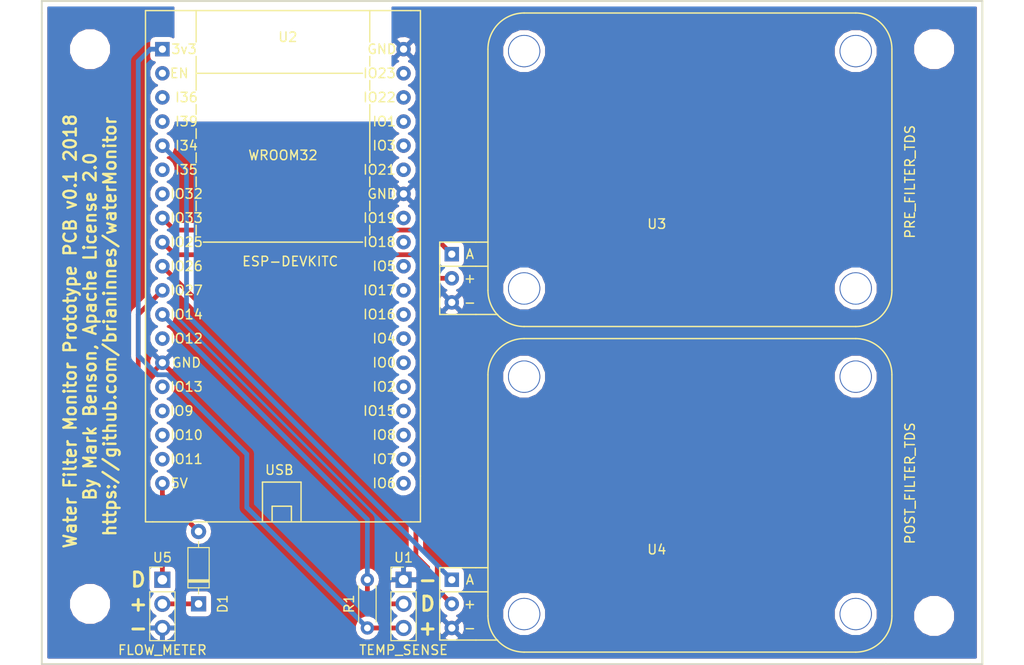
<source format=kicad_pcb>
(kicad_pcb (version 20171130) (host pcbnew "(5.0.0)")

  (general
    (thickness 1.6)
    (drawings 22)
    (tracks 37)
    (zones 0)
    (modules 11)
    (nets 38)
  )

  (page A4)
  (title_block
    (title "Water Filter Monitor")
    (date 2018-12-09)
    (rev v0.1)
    (company n/a)
    (comment 1 "Licence: MIT")
    (comment 2 "Author: Mark Benson")
  )

  (layers
    (0 F.Cu signal)
    (31 B.Cu signal)
    (32 B.Adhes user)
    (33 F.Adhes user)
    (34 B.Paste user)
    (35 F.Paste user)
    (36 B.SilkS user)
    (37 F.SilkS user)
    (38 B.Mask user)
    (39 F.Mask user)
    (40 Dwgs.User user)
    (41 Cmts.User user)
    (42 Eco1.User user)
    (43 Eco2.User user)
    (44 Edge.Cuts user)
    (45 Margin user)
    (46 B.CrtYd user)
    (47 F.CrtYd user)
    (48 B.Fab user)
    (49 F.Fab user)
  )

  (setup
    (last_trace_width 0.5)
    (user_trace_width 0.5)
    (user_trace_width 1)
    (trace_clearance 0.2)
    (zone_clearance 0.508)
    (zone_45_only no)
    (trace_min 0.2)
    (segment_width 0.2)
    (edge_width 0.15)
    (via_size 0.8)
    (via_drill 0.4)
    (via_min_size 0.4)
    (via_min_drill 0.3)
    (uvia_size 0.3)
    (uvia_drill 0.1)
    (uvias_allowed no)
    (uvia_min_size 0.2)
    (uvia_min_drill 0.1)
    (pcb_text_width 0.3)
    (pcb_text_size 1.5 1.5)
    (mod_edge_width 0.15)
    (mod_text_size 1 1)
    (mod_text_width 0.15)
    (pad_size 1.524 1.524)
    (pad_drill 0.762)
    (pad_to_mask_clearance 0.2)
    (aux_axis_origin 0 0)
    (visible_elements 7FFFFFFF)
    (pcbplotparams
      (layerselection 0x010f0_ffffffff)
      (usegerberextensions true)
      (usegerberattributes false)
      (usegerberadvancedattributes false)
      (creategerberjobfile false)
      (excludeedgelayer true)
      (linewidth 0.100000)
      (plotframeref false)
      (viasonmask false)
      (mode 1)
      (useauxorigin false)
      (hpglpennumber 1)
      (hpglpenspeed 20)
      (hpglpendiameter 15.000000)
      (psnegative false)
      (psa4output false)
      (plotreference true)
      (plotvalue true)
      (plotinvisibletext false)
      (padsonsilk false)
      (subtractmaskfromsilk false)
      (outputformat 1)
      (mirror false)
      (drillshape 0)
      (scaleselection 1)
      (outputdirectory "gerber/"))
  )

  (net 0 "")
  (net 1 "Net-(D1-Pad1)")
  (net 2 /5v)
  (net 3 /3v3)
  (net 4 /OW_BUS)
  (net 5 GND)
  (net 6 "Net-(U2-Pad2)")
  (net 7 "Net-(U2-Pad3)")
  (net 8 "Net-(U2-Pad4)")
  (net 9 /TDS_POST_OUT)
  (net 10 "Net-(U2-Pad6)")
  (net 11 "Net-(U2-Pad7)")
  (net 12 /TDS_PRE_OUT)
  (net 13 /TDS_PRE_PWR)
  (net 14 /TDS_POST_PWR)
  (net 15 /FLOW_OUT)
  (net 16 "Net-(U2-Pad13)")
  (net 17 "Net-(U2-Pad15)")
  (net 18 "Net-(U2-Pad16)")
  (net 19 "Net-(U2-Pad17)")
  (net 20 "Net-(U2-Pad18)")
  (net 21 "Net-(U2-Pad20)")
  (net 22 "Net-(U2-Pad21)")
  (net 23 "Net-(U2-Pad22)")
  (net 24 "Net-(U2-Pad23)")
  (net 25 "Net-(U2-Pad24)")
  (net 26 "Net-(U2-Pad25)")
  (net 27 "Net-(U2-Pad26)")
  (net 28 "Net-(U2-Pad27)")
  (net 29 "Net-(U2-Pad28)")
  (net 30 "Net-(U2-Pad29)")
  (net 31 "Net-(U2-Pad30)")
  (net 32 "Net-(U2-Pad31)")
  (net 33 "Net-(U2-Pad33)")
  (net 34 "Net-(U2-Pad34)")
  (net 35 "Net-(U2-Pad35)")
  (net 36 "Net-(U2-Pad36)")
  (net 37 "Net-(U2-Pad37)")

  (net_class Default "This is the default net class."
    (clearance 0.2)
    (trace_width 0.25)
    (via_dia 0.8)
    (via_drill 0.4)
    (uvia_dia 0.3)
    (uvia_drill 0.1)
    (add_net /3v3)
    (add_net /5v)
    (add_net /FLOW_OUT)
    (add_net /OW_BUS)
    (add_net /TDS_POST_OUT)
    (add_net /TDS_POST_PWR)
    (add_net /TDS_PRE_OUT)
    (add_net /TDS_PRE_PWR)
    (add_net GND)
    (add_net "Net-(D1-Pad1)")
    (add_net "Net-(U2-Pad13)")
    (add_net "Net-(U2-Pad15)")
    (add_net "Net-(U2-Pad16)")
    (add_net "Net-(U2-Pad17)")
    (add_net "Net-(U2-Pad18)")
    (add_net "Net-(U2-Pad2)")
    (add_net "Net-(U2-Pad20)")
    (add_net "Net-(U2-Pad21)")
    (add_net "Net-(U2-Pad22)")
    (add_net "Net-(U2-Pad23)")
    (add_net "Net-(U2-Pad24)")
    (add_net "Net-(U2-Pad25)")
    (add_net "Net-(U2-Pad26)")
    (add_net "Net-(U2-Pad27)")
    (add_net "Net-(U2-Pad28)")
    (add_net "Net-(U2-Pad29)")
    (add_net "Net-(U2-Pad3)")
    (add_net "Net-(U2-Pad30)")
    (add_net "Net-(U2-Pad31)")
    (add_net "Net-(U2-Pad33)")
    (add_net "Net-(U2-Pad34)")
    (add_net "Net-(U2-Pad35)")
    (add_net "Net-(U2-Pad36)")
    (add_net "Net-(U2-Pad37)")
    (add_net "Net-(U2-Pad4)")
    (add_net "Net-(U2-Pad6)")
    (add_net "Net-(U2-Pad7)")
  )

  (module custom:DFRobot_Gravity_TDS_Sensor (layer F.Cu) (tedit 5C0D96D2) (tstamp 5C193F2C)
    (at 129.54 95.25)
    (path /5C0066D0)
    (fp_text reference U3 (at 22.86 5.715) (layer F.SilkS)
      (effects (font (size 1 1) (thickness 0.15)))
    )
    (fp_text value PRE_FILTER_TDS (at 49.53 1.27 90) (layer F.SilkS)
      (effects (font (size 1 1) (thickness 0.15)))
    )
    (fp_line (start 3.81 15.24) (end 6.096 15.24) (layer F.SilkS) (width 0.15))
    (fp_line (start 3.81 10.16) (end 5.08 10.16) (layer F.SilkS) (width 0.15))
    (fp_line (start 3.81 7.62) (end 5.08 7.62) (layer F.SilkS) (width 0.15))
    (fp_text user - (at 3.175 13.97) (layer F.SilkS)
      (effects (font (size 1 1) (thickness 0.15)))
    )
    (fp_text user + (at 3.175 11.43) (layer F.SilkS)
      (effects (font (size 1 1) (thickness 0.15)))
    )
    (fp_text user A (at 3.175 8.89) (layer F.SilkS)
      (effects (font (size 1 1) (thickness 0.15)))
    )
    (fp_arc (start 43.815 12.7) (end 43.815 16.51) (angle -90) (layer F.SilkS) (width 0.15))
    (fp_arc (start 43.815 -12.7) (end 47.625 -12.7) (angle -90) (layer F.SilkS) (width 0.15))
    (fp_arc (start 8.89 -12.7) (end 8.89 -16.51) (angle -90) (layer F.SilkS) (width 0.15))
    (fp_arc (start 8.89 12.7) (end 8.89 16.51) (angle 90) (layer F.SilkS) (width 0.15))
    (fp_line (start 0 10.16) (end 3.81 10.16) (layer F.SilkS) (width 0.15))
    (fp_line (start 0 15.24) (end 3.81 15.24) (layer F.SilkS) (width 0.15))
    (fp_line (start 0 11.43) (end 0 15.24) (layer F.SilkS) (width 0.15))
    (fp_line (start 0 7.62) (end 3.81 7.62) (layer F.SilkS) (width 0.15))
    (fp_line (start 0 11.43) (end 0 7.62) (layer F.SilkS) (width 0.15))
    (fp_line (start 5.08 -12.7) (end 5.08 12.7) (layer F.SilkS) (width 0.15))
    (fp_line (start 47.625 12.7) (end 47.625 -12.7) (layer F.SilkS) (width 0.15))
    (fp_line (start 8.89 16.51) (end 43.815 16.51) (layer F.SilkS) (width 0.15))
    (fp_line (start 8.89 -16.51) (end 43.815 -16.51) (layer F.SilkS) (width 0.15))
    (pad "" np_thru_hole circle (at 43.815 -12.5) (size 3.4 3.4) (drill 3.2) (layers *.Cu *.Mask))
    (pad "" np_thru_hole circle (at 43.815 12.5) (size 3.4 3.4) (drill 3.2) (layers *.Cu *.Mask))
    (pad "" np_thru_hole circle (at 8.89 12.5) (size 3.4 3.4) (drill 3.2) (layers *.Cu *.Mask))
    (pad "" np_thru_hole circle (at 8.89 -12.5) (size 3.4 3.4) (drill 3.2) (layers *.Cu *.Mask))
    (pad 3 thru_hole circle (at 1.27 13.97) (size 1.524 1.524) (drill 0.762) (layers *.Cu *.Mask)
      (net 5 GND))
    (pad 2 thru_hole circle (at 1.27 11.43) (size 1.524 1.524) (drill 0.762) (layers *.Cu *.Mask)
      (net 13 /TDS_PRE_PWR))
    (pad 1 thru_hole rect (at 1.27 8.89) (size 1.524 1.524) (drill 0.762) (layers *.Cu *.Mask)
      (net 12 /TDS_PRE_OUT))
  )

  (module custom:DFRobot_Gravity_TDS_Sensor (layer F.Cu) (tedit 5C0D96D2) (tstamp 5C193F43)
    (at 129.54 129.54)
    (path /5C006726)
    (fp_text reference U4 (at 22.86 5.715) (layer F.SilkS)
      (effects (font (size 1 1) (thickness 0.15)))
    )
    (fp_text value POST_FILTER_TDS (at 49.53 -1.27 90) (layer F.SilkS)
      (effects (font (size 1 1) (thickness 0.15)))
    )
    (fp_line (start 3.81 15.24) (end 6.096 15.24) (layer F.SilkS) (width 0.15))
    (fp_line (start 3.81 10.16) (end 5.08 10.16) (layer F.SilkS) (width 0.15))
    (fp_line (start 3.81 7.62) (end 5.08 7.62) (layer F.SilkS) (width 0.15))
    (fp_text user - (at 3.175 13.97) (layer F.SilkS)
      (effects (font (size 1 1) (thickness 0.15)))
    )
    (fp_text user + (at 3.175 11.43) (layer F.SilkS)
      (effects (font (size 1 1) (thickness 0.15)))
    )
    (fp_text user A (at 3.175 8.89) (layer F.SilkS)
      (effects (font (size 1 1) (thickness 0.15)))
    )
    (fp_arc (start 43.815 12.7) (end 43.815 16.51) (angle -90) (layer F.SilkS) (width 0.15))
    (fp_arc (start 43.815 -12.7) (end 47.625 -12.7) (angle -90) (layer F.SilkS) (width 0.15))
    (fp_arc (start 8.89 -12.7) (end 8.89 -16.51) (angle -90) (layer F.SilkS) (width 0.15))
    (fp_arc (start 8.89 12.7) (end 8.89 16.51) (angle 90) (layer F.SilkS) (width 0.15))
    (fp_line (start 0 10.16) (end 3.81 10.16) (layer F.SilkS) (width 0.15))
    (fp_line (start 0 15.24) (end 3.81 15.24) (layer F.SilkS) (width 0.15))
    (fp_line (start 0 11.43) (end 0 15.24) (layer F.SilkS) (width 0.15))
    (fp_line (start 0 7.62) (end 3.81 7.62) (layer F.SilkS) (width 0.15))
    (fp_line (start 0 11.43) (end 0 7.62) (layer F.SilkS) (width 0.15))
    (fp_line (start 5.08 -12.7) (end 5.08 12.7) (layer F.SilkS) (width 0.15))
    (fp_line (start 47.625 12.7) (end 47.625 -12.7) (layer F.SilkS) (width 0.15))
    (fp_line (start 8.89 16.51) (end 43.815 16.51) (layer F.SilkS) (width 0.15))
    (fp_line (start 8.89 -16.51) (end 43.815 -16.51) (layer F.SilkS) (width 0.15))
    (pad "" np_thru_hole circle (at 43.815 -12.5) (size 3.4 3.4) (drill 3.2) (layers *.Cu *.Mask))
    (pad "" np_thru_hole circle (at 43.815 12.5) (size 3.4 3.4) (drill 3.2) (layers *.Cu *.Mask))
    (pad "" np_thru_hole circle (at 8.89 12.5) (size 3.4 3.4) (drill 3.2) (layers *.Cu *.Mask))
    (pad "" np_thru_hole circle (at 8.89 -12.5) (size 3.4 3.4) (drill 3.2) (layers *.Cu *.Mask))
    (pad 3 thru_hole circle (at 1.27 13.97) (size 1.524 1.524) (drill 0.762) (layers *.Cu *.Mask)
      (net 5 GND))
    (pad 2 thru_hole circle (at 1.27 11.43) (size 1.524 1.524) (drill 0.762) (layers *.Cu *.Mask)
      (net 14 /TDS_POST_PWR))
    (pad 1 thru_hole rect (at 1.27 8.89) (size 1.524 1.524) (drill 0.762) (layers *.Cu *.Mask)
      (net 9 /TDS_POST_OUT))
  )

  (module custom:DEVKITC (layer F.Cu) (tedit 5ACA0061) (tstamp 5C193F15)
    (at 100.33 82.55)
    (path /5C003C2D)
    (fp_text reference U2 (at 13.208 -1.27) (layer F.SilkS)
      (effects (font (size 1 1) (thickness 0.15)))
    )
    (fp_text value ESP-DEVKITC (at 13.462 22.352) (layer F.SilkS)
      (effects (font (size 1 1) (thickness 0.15)))
    )
    (fp_line (start 3.556 11.938) (end 3.556 10.922) (layer F.SilkS) (width 0.15))
    (fp_line (start 21.844 -0.762) (end 21.844 -4.064) (layer F.SilkS) (width 0.15))
    (fp_line (start 21.844 1.778) (end 21.844 0.762) (layer F.SilkS) (width 0.15))
    (fp_line (start 21.082 20.32) (end 4.318 20.32) (layer F.SilkS) (width 0.15))
    (fp_line (start 21.082 2.54) (end 3.556 2.54) (layer F.SilkS) (width 0.15))
    (fp_line (start 21.844 4.318) (end 21.844 3.302) (layer F.SilkS) (width 0.15))
    (fp_line (start 21.844 11.938) (end 21.844 5.842) (layer F.SilkS) (width 0.15))
    (fp_line (start 21.844 14.478) (end 21.844 13.462) (layer F.SilkS) (width 0.15))
    (fp_line (start 21.844 17.018) (end 21.844 16.002) (layer F.SilkS) (width 0.15))
    (fp_line (start 21.844 19.558) (end 21.844 18.542) (layer F.SilkS) (width 0.15))
    (fp_line (start 3.556 -0.762) (end 3.556 -4.064) (layer F.SilkS) (width 0.15))
    (fp_line (start 3.556 2.54) (end 3.556 0.762) (layer F.SilkS) (width 0.15))
    (fp_line (start 3.556 4.318) (end 3.556 2.54) (layer F.SilkS) (width 0.15))
    (fp_line (start 3.556 6.858) (end 3.556 5.842) (layer F.SilkS) (width 0.15))
    (fp_line (start 3.556 9.398) (end 3.556 8.382) (layer F.SilkS) (width 0.15))
    (fp_line (start 3.556 14.478) (end 3.556 13.462) (layer F.SilkS) (width 0.15))
    (fp_line (start 3.556 17.018) (end 3.556 16.002) (layer F.SilkS) (width 0.15))
    (fp_line (start 3.556 19.558) (end 3.556 18.542) (layer F.SilkS) (width 0.15))
    (fp_text user GND (at 23.114 0) (layer F.SilkS)
      (effects (font (size 1 1) (thickness 0.15)))
    )
    (fp_text user IO23 (at 22.86 2.54) (layer F.SilkS)
      (effects (font (size 1 1) (thickness 0.15)))
    )
    (fp_text user IO22 (at 22.86 5.08) (layer F.SilkS)
      (effects (font (size 1 1) (thickness 0.15)))
    )
    (fp_text user IO1 (at 23.368 7.62) (layer F.SilkS)
      (effects (font (size 1 1) (thickness 0.15)))
    )
    (fp_text user IO3 (at 23.368 10.16) (layer F.SilkS)
      (effects (font (size 1 1) (thickness 0.15)))
    )
    (fp_text user IO21 (at 22.86 12.7) (layer F.SilkS)
      (effects (font (size 1 1) (thickness 0.15)))
    )
    (fp_text user GND (at 23.114 15.24) (layer F.SilkS)
      (effects (font (size 1 1) (thickness 0.15)))
    )
    (fp_text user IO19 (at 22.86 17.78) (layer F.SilkS)
      (effects (font (size 1 1) (thickness 0.15)))
    )
    (fp_text user IO18 (at 22.86 20.32) (layer F.SilkS)
      (effects (font (size 1 1) (thickness 0.15)))
    )
    (fp_text user IO5 (at 23.368 22.86) (layer F.SilkS)
      (effects (font (size 1 1) (thickness 0.15)))
    )
    (fp_text user IO17 (at 22.86 25.4) (layer F.SilkS)
      (effects (font (size 1 1) (thickness 0.15)))
    )
    (fp_text user IO16 (at 22.86 27.94) (layer F.SilkS)
      (effects (font (size 1 1) (thickness 0.15)))
    )
    (fp_text user IO4 (at 23.368 30.48) (layer F.SilkS)
      (effects (font (size 1 1) (thickness 0.15)))
    )
    (fp_text user IO0 (at 23.368 33.02) (layer F.SilkS)
      (effects (font (size 1 1) (thickness 0.15)))
    )
    (fp_text user IO2 (at 23.368 35.56) (layer F.SilkS)
      (effects (font (size 1 1) (thickness 0.15)))
    )
    (fp_text user IO15 (at 22.86 38.1) (layer F.SilkS)
      (effects (font (size 1 1) (thickness 0.15)))
    )
    (fp_text user IO8 (at 23.368 40.64) (layer F.SilkS)
      (effects (font (size 1 1) (thickness 0.15)))
    )
    (fp_text user IO7 (at 23.368 43.18) (layer F.SilkS)
      (effects (font (size 1 1) (thickness 0.15)))
    )
    (fp_text user IO6 (at 23.368 45.72) (layer F.SilkS)
      (effects (font (size 1 1) (thickness 0.15)))
    )
    (fp_text user 5V (at 1.778 45.72) (layer F.SilkS)
      (effects (font (size 1 1) (thickness 0.15)))
    )
    (fp_text user IO11 (at 2.54 43.18) (layer F.SilkS)
      (effects (font (size 1 1) (thickness 0.15)))
    )
    (fp_text user IO10 (at 2.54 40.64) (layer F.SilkS)
      (effects (font (size 1 1) (thickness 0.15)))
    )
    (fp_text user IO9 (at 2.032 38.1) (layer F.SilkS)
      (effects (font (size 1 1) (thickness 0.15)))
    )
    (fp_text user IO13 (at 2.54 35.56) (layer F.SilkS)
      (effects (font (size 1 1) (thickness 0.15)))
    )
    (fp_text user GND (at 2.54 33.02) (layer F.SilkS)
      (effects (font (size 1 1) (thickness 0.15)))
    )
    (fp_text user IO12 (at 2.54 30.48) (layer F.SilkS)
      (effects (font (size 1 1) (thickness 0.15)))
    )
    (fp_text user IO14 (at 2.54 27.94) (layer F.SilkS)
      (effects (font (size 1 1) (thickness 0.15)))
    )
    (fp_text user IO27 (at 2.54 25.4) (layer F.SilkS)
      (effects (font (size 1 1) (thickness 0.15)))
    )
    (fp_text user IO26 (at 2.54 22.86) (layer F.SilkS)
      (effects (font (size 1 1) (thickness 0.15)))
    )
    (fp_text user IO25 (at 2.54 20.32) (layer F.SilkS)
      (effects (font (size 1 1) (thickness 0.15)))
    )
    (fp_text user IO33 (at 2.54 17.78) (layer F.SilkS)
      (effects (font (size 1 1) (thickness 0.15)))
    )
    (fp_text user IO32 (at 2.54 15.24) (layer F.SilkS)
      (effects (font (size 1 1) (thickness 0.15)))
    )
    (fp_text user I35 (at 2.54 12.7) (layer F.SilkS)
      (effects (font (size 1 1) (thickness 0.15)))
    )
    (fp_text user I34 (at 2.54 10.16) (layer F.SilkS)
      (effects (font (size 1 1) (thickness 0.15)))
    )
    (fp_text user I39 (at 2.54 7.62) (layer F.SilkS)
      (effects (font (size 1 1) (thickness 0.15)))
    )
    (fp_text user I36 (at 2.54 5.08) (layer F.SilkS)
      (effects (font (size 1 1) (thickness 0.15)))
    )
    (fp_text user EN (at 1.778 2.54) (layer F.SilkS)
      (effects (font (size 1 1) (thickness 0.15)))
    )
    (fp_text user 3v3 (at 2.286 0) (layer F.SilkS)
      (effects (font (size 1 1) (thickness 0.15)))
    )
    (fp_line (start 27.178 44.958) (end 27.178 -4.064) (layer F.SilkS) (width 0.15))
    (fp_line (start 27.178 -4.064) (end 26.924 -4.064) (layer F.SilkS) (width 0.15))
    (fp_line (start 27.178 46.736) (end 27.178 49.784) (layer F.SilkS) (width 0.15))
    (fp_line (start 27.178 49.784) (end 26.924 49.784) (layer F.SilkS) (width 0.15))
    (fp_line (start 27.178 46.736) (end 27.178 44.958) (layer F.SilkS) (width 0.15))
    (fp_line (start 26.924 -4.064) (end 26.162 -4.064) (layer F.SilkS) (width 0.15))
    (fp_line (start 26.924 49.784) (end 26.162 49.784) (layer F.SilkS) (width 0.15))
    (fp_line (start -1.778 -4.064) (end -1.778 49.784) (layer F.SilkS) (width 0.15))
    (fp_text user WROOM32 (at 12.7 11.176 180) (layer F.SilkS)
      (effects (font (size 1 1) (thickness 0.15)))
    )
    (fp_text user USB (at 12.319 44.323 180) (layer F.SilkS)
      (effects (font (size 1 1) (thickness 0.15)))
    )
    (fp_line (start 14.605 49.657) (end 14.605 45.593) (layer F.SilkS) (width 0.15))
    (fp_line (start 14.605 45.593) (end 10.541 45.593) (layer F.SilkS) (width 0.15))
    (fp_line (start 10.541 45.593) (end 10.541 49.657) (layer F.SilkS) (width 0.15))
    (fp_line (start 13.589 49.657) (end 13.589 48.133) (layer F.SilkS) (width 0.15))
    (fp_line (start 13.589 48.133) (end 11.557 48.133) (layer F.SilkS) (width 0.15))
    (fp_line (start 11.557 48.133) (end 11.557 49.657) (layer F.SilkS) (width 0.15))
    (fp_line (start 25.4 49.784) (end 26.162 49.784) (layer F.SilkS) (width 0.15))
    (fp_line (start 26.162 -4.064) (end -1.778 -4.064) (layer F.SilkS) (width 0.15))
    (fp_line (start -1.778 49.784) (end -1.016 49.784) (layer F.SilkS) (width 0.15))
    (fp_line (start 25.4 49.784) (end -1.016 49.784) (layer F.SilkS) (width 0.15))
    (pad 1 thru_hole rect (at 0 0) (size 1.524 1.524) (drill 0.762) (layers *.Cu *.Mask)
      (net 3 /3v3))
    (pad 2 thru_hole circle (at 0 2.54) (size 1.524 1.524) (drill 0.762) (layers *.Cu *.Mask)
      (net 6 "Net-(U2-Pad2)"))
    (pad 3 thru_hole circle (at 0 5.08) (size 1.524 1.524) (drill 0.762) (layers *.Cu *.Mask)
      (net 7 "Net-(U2-Pad3)"))
    (pad 4 thru_hole circle (at 0 7.62) (size 1.524 1.524) (drill 0.762) (layers *.Cu *.Mask)
      (net 8 "Net-(U2-Pad4)"))
    (pad 5 thru_hole circle (at 0 10.16) (size 1.524 1.524) (drill 0.762) (layers *.Cu *.Mask)
      (net 9 /TDS_POST_OUT))
    (pad 6 thru_hole circle (at 0 12.7) (size 1.524 1.524) (drill 0.762) (layers *.Cu *.Mask)
      (net 10 "Net-(U2-Pad6)"))
    (pad 7 thru_hole circle (at 0 15.24) (size 1.524 1.524) (drill 0.762) (layers *.Cu *.Mask)
      (net 11 "Net-(U2-Pad7)"))
    (pad 8 thru_hole circle (at 0 17.78) (size 1.524 1.524) (drill 0.762) (layers *.Cu *.Mask)
      (net 12 /TDS_PRE_OUT))
    (pad 9 thru_hole circle (at 0 20.32) (size 1.524 1.524) (drill 0.762) (layers *.Cu *.Mask)
      (net 13 /TDS_PRE_PWR))
    (pad 10 thru_hole circle (at 0 22.86) (size 1.524 1.524) (drill 0.762) (layers *.Cu *.Mask)
      (net 14 /TDS_POST_PWR))
    (pad 11 thru_hole circle (at 0 25.4) (size 1.524 1.524) (drill 0.762) (layers *.Cu *.Mask)
      (net 15 /FLOW_OUT))
    (pad 12 thru_hole circle (at 0 27.94) (size 1.524 1.524) (drill 0.762) (layers *.Cu *.Mask)
      (net 4 /OW_BUS))
    (pad 13 thru_hole circle (at 0 30.48) (size 1.524 1.524) (drill 0.762) (layers *.Cu *.Mask)
      (net 16 "Net-(U2-Pad13)"))
    (pad 14 thru_hole circle (at 0 33.02) (size 1.524 1.524) (drill 0.762) (layers *.Cu *.Mask)
      (net 5 GND))
    (pad 15 thru_hole circle (at 0 35.56) (size 1.524 1.524) (drill 0.762) (layers *.Cu *.Mask)
      (net 17 "Net-(U2-Pad15)"))
    (pad 16 thru_hole circle (at 0 38.1) (size 1.524 1.524) (drill 0.762) (layers *.Cu *.Mask)
      (net 18 "Net-(U2-Pad16)"))
    (pad 17 thru_hole circle (at 0 40.64) (size 1.524 1.524) (drill 0.762) (layers *.Cu *.Mask)
      (net 19 "Net-(U2-Pad17)"))
    (pad 18 thru_hole circle (at 0 43.18) (size 1.524 1.524) (drill 0.762) (layers *.Cu *.Mask)
      (net 20 "Net-(U2-Pad18)"))
    (pad 19 thru_hole circle (at 0 45.72) (size 1.524 1.524) (drill 0.762) (layers *.Cu *.Mask)
      (net 2 /5v))
    (pad 20 thru_hole circle (at 25.4 45.72) (size 1.524 1.524) (drill 0.762) (layers *.Cu *.Mask)
      (net 21 "Net-(U2-Pad20)"))
    (pad 21 thru_hole circle (at 25.4 43.18) (size 1.524 1.524) (drill 0.762) (layers *.Cu *.Mask)
      (net 22 "Net-(U2-Pad21)"))
    (pad 22 thru_hole circle (at 25.4 40.64) (size 1.524 1.524) (drill 0.762) (layers *.Cu *.Mask)
      (net 23 "Net-(U2-Pad22)"))
    (pad 23 thru_hole circle (at 25.4 38.1) (size 1.524 1.524) (drill 0.762) (layers *.Cu *.Mask)
      (net 24 "Net-(U2-Pad23)"))
    (pad 24 thru_hole circle (at 25.4 35.56) (size 1.524 1.524) (drill 0.762) (layers *.Cu *.Mask)
      (net 25 "Net-(U2-Pad24)"))
    (pad 25 thru_hole circle (at 25.4 33.02) (size 1.524 1.524) (drill 0.762) (layers *.Cu *.Mask)
      (net 26 "Net-(U2-Pad25)"))
    (pad 26 thru_hole circle (at 25.4 30.48) (size 1.524 1.524) (drill 0.762) (layers *.Cu *.Mask)
      (net 27 "Net-(U2-Pad26)"))
    (pad 27 thru_hole circle (at 25.4 27.94) (size 1.524 1.524) (drill 0.762) (layers *.Cu *.Mask)
      (net 28 "Net-(U2-Pad27)"))
    (pad 28 thru_hole circle (at 25.4 25.4) (size 1.524 1.524) (drill 0.762) (layers *.Cu *.Mask)
      (net 29 "Net-(U2-Pad28)"))
    (pad 29 thru_hole circle (at 25.4 22.86) (size 1.524 1.524) (drill 0.762) (layers *.Cu *.Mask)
      (net 30 "Net-(U2-Pad29)"))
    (pad 30 thru_hole circle (at 25.4 20.32) (size 1.524 1.524) (drill 0.762) (layers *.Cu *.Mask)
      (net 31 "Net-(U2-Pad30)"))
    (pad 31 thru_hole circle (at 25.4 17.78) (size 1.524 1.524) (drill 0.762) (layers *.Cu *.Mask)
      (net 32 "Net-(U2-Pad31)"))
    (pad 32 thru_hole circle (at 25.4 15.24) (size 1.524 1.524) (drill 0.762) (layers *.Cu *.Mask)
      (net 5 GND))
    (pad 33 thru_hole circle (at 25.4 12.7) (size 1.524 1.524) (drill 0.762) (layers *.Cu *.Mask)
      (net 33 "Net-(U2-Pad33)"))
    (pad 34 thru_hole circle (at 25.4 10.16) (size 1.524 1.524) (drill 0.762) (layers *.Cu *.Mask)
      (net 34 "Net-(U2-Pad34)"))
    (pad 35 thru_hole circle (at 25.4 7.62) (size 1.524 1.524) (drill 0.762) (layers *.Cu *.Mask)
      (net 35 "Net-(U2-Pad35)"))
    (pad 36 thru_hole circle (at 25.4 5.08) (size 1.524 1.524) (drill 0.762) (layers *.Cu *.Mask)
      (net 36 "Net-(U2-Pad36)"))
    (pad 37 thru_hole circle (at 25.4 2.54) (size 1.524 1.524) (drill 0.762) (layers *.Cu *.Mask)
      (net 37 "Net-(U2-Pad37)"))
    (pad 38 thru_hole circle (at 25.4 0) (size 1.524 1.524) (drill 0.762) (layers *.Cu *.Mask)
      (net 5 GND))
  )

  (module Diode_THT:D_DO-35_SOD27_P7.62mm_Horizontal (layer F.Cu) (tedit 5C0D003D) (tstamp 5C193E75)
    (at 104.14 140.97 90)
    (descr "Diode, DO-35_SOD27 series, Axial, Horizontal, pin pitch=7.62mm, , length*diameter=4*2mm^2, , http://www.diodes.com/_files/packages/DO-35.pdf")
    (tags "Diode DO-35_SOD27 series Axial Horizontal pin pitch 7.62mm  length 4mm diameter 2mm")
    (path /5C006E41)
    (fp_text reference D1 (at 0 2.54 90) (layer F.SilkS)
      (effects (font (size 1 1) (thickness 0.15)))
    )
    (fp_text value 1N418 (at 3.81 2.12 90) (layer F.Fab)
      (effects (font (size 1 1) (thickness 0.15)))
    )
    (fp_line (start 1.81 -1) (end 1.81 1) (layer F.Fab) (width 0.1))
    (fp_line (start 1.81 1) (end 5.81 1) (layer F.Fab) (width 0.1))
    (fp_line (start 5.81 1) (end 5.81 -1) (layer F.Fab) (width 0.1))
    (fp_line (start 5.81 -1) (end 1.81 -1) (layer F.Fab) (width 0.1))
    (fp_line (start 0 0) (end 1.81 0) (layer F.Fab) (width 0.1))
    (fp_line (start 7.62 0) (end 5.81 0) (layer F.Fab) (width 0.1))
    (fp_line (start 2.41 -1) (end 2.41 1) (layer F.Fab) (width 0.1))
    (fp_line (start 2.51 -1) (end 2.51 1) (layer F.Fab) (width 0.1))
    (fp_line (start 2.31 -1) (end 2.31 1) (layer F.Fab) (width 0.1))
    (fp_line (start 1.69 -1.12) (end 1.69 1.12) (layer F.SilkS) (width 0.12))
    (fp_line (start 1.69 1.12) (end 5.93 1.12) (layer F.SilkS) (width 0.12))
    (fp_line (start 5.93 1.12) (end 5.93 -1.12) (layer F.SilkS) (width 0.12))
    (fp_line (start 5.93 -1.12) (end 1.69 -1.12) (layer F.SilkS) (width 0.12))
    (fp_line (start 1.04 0) (end 1.69 0) (layer F.SilkS) (width 0.12))
    (fp_line (start 6.58 0) (end 5.93 0) (layer F.SilkS) (width 0.12))
    (fp_line (start 2.41 -1.12) (end 2.41 1.12) (layer F.SilkS) (width 0.12))
    (fp_line (start 2.53 -1.12) (end 2.53 1.12) (layer F.SilkS) (width 0.12))
    (fp_line (start 2.29 -1.12) (end 2.29 1.12) (layer F.SilkS) (width 0.12))
    (fp_line (start -1.05 -1.25) (end -1.05 1.25) (layer F.CrtYd) (width 0.05))
    (fp_line (start -1.05 1.25) (end 8.67 1.25) (layer F.CrtYd) (width 0.05))
    (fp_line (start 8.67 1.25) (end 8.67 -1.25) (layer F.CrtYd) (width 0.05))
    (fp_line (start 8.67 -1.25) (end -1.05 -1.25) (layer F.CrtYd) (width 0.05))
    (fp_text user %R (at 4.11 0 90) (layer F.Fab)
      (effects (font (size 0.8 0.8) (thickness 0.12)))
    )
    (fp_text user K (at 0 -1.8 90) (layer F.Fab) hide
      (effects (font (size 1 1) (thickness 0.15)))
    )
    (fp_text user K (at 0 -1.8 90) (layer F.SilkS) hide
      (effects (font (size 1 1) (thickness 0.15)))
    )
    (pad 1 thru_hole rect (at 0 0 90) (size 1.6 1.6) (drill 0.8) (layers *.Cu *.Mask)
      (net 1 "Net-(D1-Pad1)"))
    (pad 2 thru_hole oval (at 7.62 0 90) (size 1.6 1.6) (drill 0.8) (layers *.Cu *.Mask)
      (net 2 /5v))
    (model ${KISYS3DMOD}/Diode_THT.3dshapes/D_DO-35_SOD27_P7.62mm_Horizontal.wrl
      (at (xyz 0 0 0))
      (scale (xyz 1 1 1))
      (rotate (xyz 0 0 0))
    )
  )

  (module Resistor_THT:R_Axial_DIN0204_L3.6mm_D1.6mm_P5.08mm_Horizontal (layer F.Cu) (tedit 5AE5139B) (tstamp 5C19441E)
    (at 121.92 143.51 90)
    (descr "Resistor, Axial_DIN0204 series, Axial, Horizontal, pin pitch=5.08mm, 0.167W, length*diameter=3.6*1.6mm^2, http://cdn-reichelt.de/documents/datenblatt/B400/1_4W%23YAG.pdf")
    (tags "Resistor Axial_DIN0204 series Axial Horizontal pin pitch 5.08mm 0.167W length 3.6mm diameter 1.6mm")
    (path /5C003DCF)
    (fp_text reference R1 (at 2.54 -1.92 90) (layer F.SilkS)
      (effects (font (size 1 1) (thickness 0.15)))
    )
    (fp_text value 4.7k (at 2.54 1.92 90) (layer F.Fab)
      (effects (font (size 1 1) (thickness 0.15)))
    )
    (fp_line (start 0.74 -0.8) (end 0.74 0.8) (layer F.Fab) (width 0.1))
    (fp_line (start 0.74 0.8) (end 4.34 0.8) (layer F.Fab) (width 0.1))
    (fp_line (start 4.34 0.8) (end 4.34 -0.8) (layer F.Fab) (width 0.1))
    (fp_line (start 4.34 -0.8) (end 0.74 -0.8) (layer F.Fab) (width 0.1))
    (fp_line (start 0 0) (end 0.74 0) (layer F.Fab) (width 0.1))
    (fp_line (start 5.08 0) (end 4.34 0) (layer F.Fab) (width 0.1))
    (fp_line (start 0.62 -0.92) (end 4.46 -0.92) (layer F.SilkS) (width 0.12))
    (fp_line (start 0.62 0.92) (end 4.46 0.92) (layer F.SilkS) (width 0.12))
    (fp_line (start -0.95 -1.05) (end -0.95 1.05) (layer F.CrtYd) (width 0.05))
    (fp_line (start -0.95 1.05) (end 6.03 1.05) (layer F.CrtYd) (width 0.05))
    (fp_line (start 6.03 1.05) (end 6.03 -1.05) (layer F.CrtYd) (width 0.05))
    (fp_line (start 6.03 -1.05) (end -0.95 -1.05) (layer F.CrtYd) (width 0.05))
    (fp_text user %R (at 2.54 0 90) (layer F.Fab)
      (effects (font (size 0.72 0.72) (thickness 0.108)))
    )
    (pad 1 thru_hole circle (at 0 0 90) (size 1.4 1.4) (drill 0.7) (layers *.Cu *.Mask)
      (net 3 /3v3))
    (pad 2 thru_hole oval (at 5.08 0 90) (size 1.4 1.4) (drill 0.7) (layers *.Cu *.Mask)
      (net 4 /OW_BUS))
    (model ${KISYS3DMOD}/Resistor_THT.3dshapes/R_Axial_DIN0204_L3.6mm_D1.6mm_P5.08mm_Horizontal.wrl
      (at (xyz 0 0 0))
      (scale (xyz 1 1 1))
      (rotate (xyz 0 0 0))
    )
  )

  (module Connector_PinHeader_2.54mm:PinHeader_1x03_P2.54mm_Vertical (layer F.Cu) (tedit 5C0CFF45) (tstamp 5C193E9F)
    (at 125.73 138.43)
    (descr "Through hole straight pin header, 1x03, 2.54mm pitch, single row")
    (tags "Through hole pin header THT 1x03 2.54mm single row")
    (path /5C003D44)
    (fp_text reference U1 (at 0 -2.33) (layer F.SilkS)
      (effects (font (size 1 1) (thickness 0.15)))
    )
    (fp_text value TEMP_SENSE (at 0 7.41) (layer F.SilkS)
      (effects (font (size 1 1) (thickness 0.15)))
    )
    (fp_line (start -0.635 -1.27) (end 1.27 -1.27) (layer F.Fab) (width 0.1))
    (fp_line (start 1.27 -1.27) (end 1.27 6.35) (layer F.Fab) (width 0.1))
    (fp_line (start 1.27 6.35) (end -1.27 6.35) (layer F.Fab) (width 0.1))
    (fp_line (start -1.27 6.35) (end -1.27 -0.635) (layer F.Fab) (width 0.1))
    (fp_line (start -1.27 -0.635) (end -0.635 -1.27) (layer F.Fab) (width 0.1))
    (fp_line (start -1.33 6.41) (end 1.33 6.41) (layer F.SilkS) (width 0.12))
    (fp_line (start -1.33 1.27) (end -1.33 6.41) (layer F.SilkS) (width 0.12))
    (fp_line (start 1.33 1.27) (end 1.33 6.41) (layer F.SilkS) (width 0.12))
    (fp_line (start -1.33 1.27) (end 1.33 1.27) (layer F.SilkS) (width 0.12))
    (fp_line (start -1.33 0) (end -1.33 -1.33) (layer F.SilkS) (width 0.12))
    (fp_line (start -1.33 -1.33) (end 0 -1.33) (layer F.SilkS) (width 0.12))
    (fp_line (start -1.8 -1.8) (end -1.8 6.85) (layer F.CrtYd) (width 0.05))
    (fp_line (start -1.8 6.85) (end 1.8 6.85) (layer F.CrtYd) (width 0.05))
    (fp_line (start 1.8 6.85) (end 1.8 -1.8) (layer F.CrtYd) (width 0.05))
    (fp_line (start 1.8 -1.8) (end -1.8 -1.8) (layer F.CrtYd) (width 0.05))
    (fp_text user %R (at 0 2.54 90) (layer F.Fab)
      (effects (font (size 1 1) (thickness 0.15)))
    )
    (pad 1 thru_hole rect (at 0 0) (size 1.7 1.7) (drill 1) (layers *.Cu *.Mask)
      (net 5 GND))
    (pad 2 thru_hole oval (at 0 2.54) (size 1.7 1.7) (drill 1) (layers *.Cu *.Mask)
      (net 4 /OW_BUS))
    (pad 3 thru_hole oval (at 0 5.08) (size 1.7 1.7) (drill 1) (layers *.Cu *.Mask)
      (net 3 /3v3))
    (model ${KISYS3DMOD}/Connector_PinHeader_2.54mm.3dshapes/PinHeader_1x03_P2.54mm_Vertical.wrl
      (at (xyz 0 0 0))
      (scale (xyz 1 1 1))
      (rotate (xyz 0 0 0))
    )
  )

  (module Connector_PinHeader_2.54mm:PinHeader_1x03_P2.54mm_Vertical (layer F.Cu) (tedit 5C0CFF28) (tstamp 5C194307)
    (at 100.33 138.43)
    (descr "Through hole straight pin header, 1x03, 2.54mm pitch, single row")
    (tags "Through hole pin header THT 1x03 2.54mm single row")
    (path /5C006AE8)
    (fp_text reference U5 (at 0 -2.33) (layer F.SilkS)
      (effects (font (size 1 1) (thickness 0.15)))
    )
    (fp_text value FLOW_METER (at 0 7.41) (layer F.SilkS)
      (effects (font (size 1 1) (thickness 0.15)))
    )
    (fp_text user %R (at 0 2.54 90) (layer F.Fab)
      (effects (font (size 1 1) (thickness 0.15)))
    )
    (fp_line (start 1.8 -1.8) (end -1.8 -1.8) (layer F.CrtYd) (width 0.05))
    (fp_line (start 1.8 6.85) (end 1.8 -1.8) (layer F.CrtYd) (width 0.05))
    (fp_line (start -1.8 6.85) (end 1.8 6.85) (layer F.CrtYd) (width 0.05))
    (fp_line (start -1.8 -1.8) (end -1.8 6.85) (layer F.CrtYd) (width 0.05))
    (fp_line (start -1.33 -1.33) (end 0 -1.33) (layer F.SilkS) (width 0.12))
    (fp_line (start -1.33 0) (end -1.33 -1.33) (layer F.SilkS) (width 0.12))
    (fp_line (start -1.33 1.27) (end 1.33 1.27) (layer F.SilkS) (width 0.12))
    (fp_line (start 1.33 1.27) (end 1.33 6.41) (layer F.SilkS) (width 0.12))
    (fp_line (start -1.33 1.27) (end -1.33 6.41) (layer F.SilkS) (width 0.12))
    (fp_line (start -1.33 6.41) (end 1.33 6.41) (layer F.SilkS) (width 0.12))
    (fp_line (start -1.27 -0.635) (end -0.635 -1.27) (layer F.Fab) (width 0.1))
    (fp_line (start -1.27 6.35) (end -1.27 -0.635) (layer F.Fab) (width 0.1))
    (fp_line (start 1.27 6.35) (end -1.27 6.35) (layer F.Fab) (width 0.1))
    (fp_line (start 1.27 -1.27) (end 1.27 6.35) (layer F.Fab) (width 0.1))
    (fp_line (start -0.635 -1.27) (end 1.27 -1.27) (layer F.Fab) (width 0.1))
    (pad 3 thru_hole oval (at 0 5.08) (size 1.7 1.7) (drill 1) (layers *.Cu *.Mask)
      (net 5 GND))
    (pad 2 thru_hole oval (at 0 2.54) (size 1.7 1.7) (drill 1) (layers *.Cu *.Mask)
      (net 1 "Net-(D1-Pad1)"))
    (pad 1 thru_hole rect (at 0 0) (size 1.7 1.7) (drill 1) (layers *.Cu *.Mask)
      (net 15 /FLOW_OUT))
    (model ${KISYS3DMOD}/Connector_PinHeader_2.54mm.3dshapes/PinHeader_1x03_P2.54mm_Vertical.wrl
      (at (xyz 0 0 0))
      (scale (xyz 1 1 1))
      (rotate (xyz 0 0 0))
    )
  )

  (module MountingHole:MountingHole_3.2mm_M3 (layer F.Cu) (tedit 5C0CFE28) (tstamp 5C195110)
    (at 181.61 82.55)
    (descr "Mounting Hole 3.2mm, no annular, M3")
    (tags "mounting hole 3.2mm no annular m3")
    (attr virtual)
    (fp_text reference REF** (at 0 -4.2) (layer F.SilkS) hide
      (effects (font (size 1 1) (thickness 0.15)))
    )
    (fp_text value MountingHole_3.2mm_M3 (at 0 4.2) (layer F.Fab)
      (effects (font (size 1 1) (thickness 0.15)))
    )
    (fp_circle (center 0 0) (end 3.45 0) (layer F.CrtYd) (width 0.05))
    (fp_circle (center 0 0) (end 3.2 0) (layer Cmts.User) (width 0.15))
    (fp_text user %R (at 0.3 0) (layer F.Fab)
      (effects (font (size 1 1) (thickness 0.15)))
    )
    (pad 1 np_thru_hole circle (at 0 0) (size 3.2 3.2) (drill 3.2) (layers *.Cu *.Mask))
  )

  (module MountingHole:MountingHole_3.2mm_M3 (layer F.Cu) (tedit 5C0CFE41) (tstamp 5C19511F)
    (at 181.61 142.24)
    (descr "Mounting Hole 3.2mm, no annular, M3")
    (tags "mounting hole 3.2mm no annular m3")
    (attr virtual)
    (fp_text reference REF** (at 0 -4.2) (layer F.SilkS) hide
      (effects (font (size 1 1) (thickness 0.15)))
    )
    (fp_text value MountingHole_3.2mm_M3 (at 0 4.2) (layer F.Fab)
      (effects (font (size 1 1) (thickness 0.15)))
    )
    (fp_circle (center 0 0) (end 3.45 0) (layer F.CrtYd) (width 0.05))
    (fp_circle (center 0 0) (end 3.2 0) (layer Cmts.User) (width 0.15))
    (fp_text user %R (at 0.3 0) (layer F.Fab)
      (effects (font (size 1 1) (thickness 0.15)))
    )
    (pad 1 np_thru_hole circle (at 0 0) (size 3.2 3.2) (drill 3.2) (layers *.Cu *.Mask))
  )

  (module MountingHole:MountingHole_3.2mm_M3 (layer F.Cu) (tedit 5C0CFE2F) (tstamp 5C19512E)
    (at 92.71 82.55)
    (descr "Mounting Hole 3.2mm, no annular, M3")
    (tags "mounting hole 3.2mm no annular m3")
    (attr virtual)
    (fp_text reference REF** (at 0 -4.2) (layer F.SilkS) hide
      (effects (font (size 1 1) (thickness 0.15)))
    )
    (fp_text value MountingHole_3.2mm_M3 (at 0 4.2) (layer F.Fab)
      (effects (font (size 1 1) (thickness 0.15)))
    )
    (fp_circle (center 0 0) (end 3.45 0) (layer F.CrtYd) (width 0.05))
    (fp_circle (center 0 0) (end 3.2 0) (layer Cmts.User) (width 0.15))
    (fp_text user %R (at 0.3 0) (layer F.Fab)
      (effects (font (size 1 1) (thickness 0.15)))
    )
    (pad 1 np_thru_hole circle (at 0 0) (size 3.2 3.2) (drill 3.2) (layers *.Cu *.Mask))
  )

  (module MountingHole:MountingHole_3.2mm_M3 (layer F.Cu) (tedit 5C0CFE39) (tstamp 5C19513D)
    (at 92.71 140.97)
    (descr "Mounting Hole 3.2mm, no annular, M3")
    (tags "mounting hole 3.2mm no annular m3")
    (attr virtual)
    (fp_text reference REF** (at 0 -4.2) (layer F.SilkS) hide
      (effects (font (size 1 1) (thickness 0.15)))
    )
    (fp_text value MountingHole_3.2mm_M3 (at 0 4.2) (layer F.Fab)
      (effects (font (size 1 1) (thickness 0.15)))
    )
    (fp_circle (center 0 0) (end 3.45 0) (layer F.CrtYd) (width 0.05))
    (fp_circle (center 0 0) (end 3.2 0) (layer Cmts.User) (width 0.15))
    (fp_text user %R (at 0.3 0) (layer F.Fab)
      (effects (font (size 1 1) (thickness 0.15)))
    )
    (pad 1 np_thru_hole circle (at 0 0) (size 3.2 3.2) (drill 3.2) (layers *.Cu *.Mask))
  )

  (gr_text "Water Filter Monitor Prototype PCB v0.1 2018 \nBy Mark Benson, Apache License 2.0\nhttps://github.com/brianinnes/waterMonitor" (at 92.71 111.76 90) (layer F.SilkS)
    (effects (font (size 1.3 1.3) (thickness 0.25)))
  )
  (gr_text D (at 128.27 140.97) (layer F.SilkS) (tstamp 5C1960D3)
    (effects (font (size 1.5 1.5) (thickness 0.3)))
  )
  (gr_text + (at 128.27 143.51) (layer F.SilkS) (tstamp 5C1960CD)
    (effects (font (size 1.5 1.5) (thickness 0.3)))
  )
  (gr_text - (at 128.27 138.43) (layer F.SilkS) (tstamp 5C1960C8)
    (effects (font (size 1.5 1.5) (thickness 0.3)))
  )
  (gr_text D (at 97.79 138.43) (layer F.SilkS)
    (effects (font (size 1.5 1.5) (thickness 0.3)))
  )
  (gr_text + (at 97.79 140.97) (layer F.SilkS)
    (effects (font (size 1.5 1.5) (thickness 0.3)))
  )
  (gr_text - (at 97.79 143.51) (layer F.SilkS)
    (effects (font (size 1.5 1.5) (thickness 0.3)))
  )
  (gr_line (start 87.63 77.47) (end 87.63 147.32) (layer Edge.Cuts) (width 0.15))
  (gr_line (start 186.69 77.47) (end 87.63 77.47) (layer Edge.Cuts) (width 0.15))
  (gr_line (start 186.69 147.32) (end 186.69 77.47) (layer Edge.Cuts) (width 0.15))
  (gr_line (start 87.63 147.32) (end 186.69 147.32) (layer Edge.Cuts) (width 0.15))
  (gr_line (start 186.69 77.47) (end 185.42 77.47) (layer F.SilkS) (width 0.2))
  (gr_line (start 186.69 147.32) (end 186.69 77.47) (layer F.SilkS) (width 0.2))
  (gr_line (start 185.42 147.32) (end 186.69 147.32) (layer F.SilkS) (width 0.2))
  (gr_line (start 185.42 147.32) (end 176.53 147.32) (layer F.SilkS) (width 0.2))
  (gr_line (start 176.53 77.47) (end 185.42 77.47) (layer F.SilkS) (width 0.2))
  (gr_line (start 87.63 147.32) (end 97.79 147.32) (layer F.SilkS) (width 0.2))
  (gr_line (start 87.63 77.47) (end 87.63 78.74) (layer F.SilkS) (width 0.2))
  (gr_line (start 97.79 77.47) (end 87.63 77.47) (layer F.SilkS) (width 0.2))
  (gr_line (start 176.53 147.32) (end 97.79 147.32) (layer F.SilkS) (width 0.2))
  (gr_line (start 176.53 77.47) (end 97.79 77.47) (layer F.SilkS) (width 0.2))
  (gr_line (start 87.63 78.74) (end 87.63 147.32) (layer F.SilkS) (width 0.2))

  (segment (start 104.14 140.97) (end 100.33 140.97) (width 0.5) (layer F.Cu) (net 1))
  (segment (start 100.33 129.54) (end 104.14 133.35) (width 0.5) (layer F.Cu) (net 2))
  (segment (start 100.33 128.27) (end 100.33 129.54) (width 0.5) (layer F.Cu) (net 2))
  (segment (start 121.92 143.51) (end 125.73 143.51) (width 0.5) (layer F.Cu) (net 3))
  (segment (start 99.806238 116.84) (end 97.79 114.823762) (width 0.5) (layer B.Cu) (net 3))
  (segment (start 100.853762 116.84) (end 99.806238 116.84) (width 0.5) (layer B.Cu) (net 3))
  (segment (start 109.22 125.206238) (end 100.853762 116.84) (width 0.5) (layer B.Cu) (net 3))
  (segment (start 121.92 143.51) (end 109.22 130.81) (width 0.5) (layer B.Cu) (net 3))
  (segment (start 109.22 130.81) (end 109.22 125.206238) (width 0.5) (layer B.Cu) (net 3))
  (segment (start 99.068 82.55) (end 100.33 82.55) (width 0.5) (layer B.Cu) (net 3))
  (segment (start 97.79 83.828) (end 99.068 82.55) (width 0.5) (layer B.Cu) (net 3))
  (segment (start 97.79 114.823762) (end 97.79 83.828) (width 0.5) (layer B.Cu) (net 3))
  (segment (start 121.92 139.419949) (end 121.92 138.43) (width 0.5) (layer F.Cu) (net 4))
  (segment (start 121.92 140.132002) (end 121.92 139.419949) (width 0.5) (layer F.Cu) (net 4))
  (segment (start 122.757998 140.97) (end 121.92 140.132002) (width 0.5) (layer F.Cu) (net 4))
  (segment (start 125.73 140.97) (end 122.757998 140.97) (width 0.5) (layer F.Cu) (net 4))
  (segment (start 121.92 132.08) (end 121.92 138.43) (width 0.5) (layer B.Cu) (net 4))
  (segment (start 100.33 110.49) (end 121.92 132.08) (width 0.5) (layer B.Cu) (net 4))
  (segment (start 102.87 95.25) (end 100.33 92.71) (width 0.5) (layer B.Cu) (net 9))
  (segment (start 130.81 138.43) (end 102.87 110.49) (width 0.5) (layer B.Cu) (net 9))
  (segment (start 102.87 110.49) (end 102.87 95.25) (width 0.5) (layer B.Cu) (net 9))
  (segment (start 128.27 101.6) (end 130.81 104.14) (width 0.5) (layer F.Cu) (net 12))
  (segment (start 100.33 100.33) (end 101.6 101.6) (width 0.5) (layer F.Cu) (net 12))
  (segment (start 101.6 101.6) (end 128.27 101.6) (width 0.5) (layer F.Cu) (net 12))
  (segment (start 100.33 102.87) (end 101.6 104.14) (width 0.5) (layer F.Cu) (net 13))
  (segment (start 130.81 106.68) (end 129.54 106.68) (width 0.5) (layer F.Cu) (net 13))
  (segment (start 127.057999 104.197999) (end 101.657999 104.197999) (width 0.5) (layer F.Cu) (net 13))
  (segment (start 129.54 106.68) (end 127.057999 104.197999) (width 0.5) (layer F.Cu) (net 13))
  (segment (start 127.030001 132.110001) (end 127.030001 135.920001) (width 0.5) (layer F.Cu) (net 14))
  (segment (start 100.33 105.41) (end 127.030001 132.110001) (width 0.5) (layer F.Cu) (net 14))
  (segment (start 127.030001 135.920001) (end 128.27 137.16) (width 0.5) (layer F.Cu) (net 14))
  (segment (start 128.27 138.43) (end 130.81 140.97) (width 0.5) (layer F.Cu) (net 14))
  (segment (start 128.27 137.16) (end 128.27 138.43) (width 0.5) (layer F.Cu) (net 14))
  (segment (start 100.33 137.08) (end 100.33 138.43) (width 0.5) (layer F.Cu) (net 15))
  (segment (start 97.79 134.54) (end 100.33 137.08) (width 0.5) (layer F.Cu) (net 15))
  (segment (start 97.79 110.49) (end 97.79 134.54) (width 0.5) (layer F.Cu) (net 15))
  (segment (start 100.33 107.95) (end 97.79 110.49) (width 0.5) (layer F.Cu) (net 15))

  (zone (net 5) (net_name GND) (layer F.Cu) (tstamp 5C0ED4B7) (hatch edge 0.508)
    (connect_pads (clearance 0.508))
    (min_thickness 0.254)
    (fill yes (arc_segments 16) (thermal_gap 0.508) (thermal_bridge_width 0.508))
    (polygon
      (pts
        (xy 87.63 77.47) (xy 186.69 77.47) (xy 186.69 147.32) (xy 87.63 147.32)
      )
    )
    (filled_polygon
      (pts
        (xy 101.473 81.278868) (xy 101.339765 81.189843) (xy 101.092 81.14056) (xy 99.568 81.14056) (xy 99.320235 81.189843)
        (xy 99.110191 81.330191) (xy 98.969843 81.540235) (xy 98.92056 81.788) (xy 98.92056 83.312) (xy 98.969843 83.559765)
        (xy 99.110191 83.769809) (xy 99.320235 83.910157) (xy 99.49869 83.945653) (xy 99.14568 84.298663) (xy 98.933 84.812119)
        (xy 98.933 85.367881) (xy 99.14568 85.881337) (xy 99.538663 86.27432) (xy 99.745513 86.36) (xy 99.538663 86.44568)
        (xy 99.14568 86.838663) (xy 98.933 87.352119) (xy 98.933 87.907881) (xy 99.14568 88.421337) (xy 99.538663 88.81432)
        (xy 99.745513 88.9) (xy 99.538663 88.98568) (xy 99.14568 89.378663) (xy 98.933 89.892119) (xy 98.933 90.447881)
        (xy 99.14568 90.961337) (xy 99.538663 91.35432) (xy 99.745513 91.44) (xy 99.538663 91.52568) (xy 99.14568 91.918663)
        (xy 98.933 92.432119) (xy 98.933 92.987881) (xy 99.14568 93.501337) (xy 99.538663 93.89432) (xy 99.745513 93.98)
        (xy 99.538663 94.06568) (xy 99.14568 94.458663) (xy 98.933 94.972119) (xy 98.933 95.527881) (xy 99.14568 96.041337)
        (xy 99.538663 96.43432) (xy 99.745513 96.52) (xy 99.538663 96.60568) (xy 99.14568 96.998663) (xy 98.933 97.512119)
        (xy 98.933 98.067881) (xy 99.14568 98.581337) (xy 99.538663 98.97432) (xy 99.745513 99.06) (xy 99.538663 99.14568)
        (xy 99.14568 99.538663) (xy 98.933 100.052119) (xy 98.933 100.607881) (xy 99.14568 101.121337) (xy 99.538663 101.51432)
        (xy 99.745513 101.6) (xy 99.538663 101.68568) (xy 99.14568 102.078663) (xy 98.933 102.592119) (xy 98.933 103.147881)
        (xy 99.14568 103.661337) (xy 99.538663 104.05432) (xy 99.745513 104.14) (xy 99.538663 104.22568) (xy 99.14568 104.618663)
        (xy 98.933 105.132119) (xy 98.933 105.687881) (xy 99.14568 106.201337) (xy 99.538663 106.59432) (xy 99.745513 106.68)
        (xy 99.538663 106.76568) (xy 99.14568 107.158663) (xy 98.933 107.672119) (xy 98.933 108.095421) (xy 97.225847 109.802575)
        (xy 97.151951 109.851951) (xy 96.956348 110.144691) (xy 96.905 110.402836) (xy 96.905 110.402839) (xy 96.887663 110.49)
        (xy 96.905 110.577161) (xy 96.905001 134.452834) (xy 96.887663 134.54) (xy 96.956348 134.885309) (xy 97.102576 135.104154)
        (xy 97.102578 135.104156) (xy 97.151952 135.178049) (xy 97.225845 135.227423) (xy 99.08119 137.082769) (xy 99.022191 137.122191)
        (xy 98.881843 137.332235) (xy 98.83256 137.58) (xy 98.83256 139.28) (xy 98.881843 139.527765) (xy 99.022191 139.737809)
        (xy 99.232235 139.878157) (xy 99.277619 139.887184) (xy 99.259375 139.899375) (xy 98.931161 140.390582) (xy 98.815908 140.97)
        (xy 98.931161 141.549418) (xy 99.259375 142.040625) (xy 99.578478 142.253843) (xy 99.448642 142.314817) (xy 99.058355 142.743076)
        (xy 98.888524 143.15311) (xy 99.009845 143.383) (xy 100.203 143.383) (xy 100.203 143.363) (xy 100.457 143.363)
        (xy 100.457 143.383) (xy 101.650155 143.383) (xy 101.771476 143.15311) (xy 101.601645 142.743076) (xy 101.211358 142.314817)
        (xy 101.081522 142.253843) (xy 101.400625 142.040625) (xy 101.524656 141.855) (xy 102.709467 141.855) (xy 102.741843 142.017765)
        (xy 102.882191 142.227809) (xy 103.092235 142.368157) (xy 103.34 142.41744) (xy 104.94 142.41744) (xy 105.187765 142.368157)
        (xy 105.397809 142.227809) (xy 105.538157 142.017765) (xy 105.58744 141.77) (xy 105.58744 140.17) (xy 105.538157 139.922235)
        (xy 105.397809 139.712191) (xy 105.187765 139.571843) (xy 104.94 139.52256) (xy 103.34 139.52256) (xy 103.092235 139.571843)
        (xy 102.882191 139.712191) (xy 102.741843 139.922235) (xy 102.709467 140.085) (xy 101.524656 140.085) (xy 101.400625 139.899375)
        (xy 101.382381 139.887184) (xy 101.427765 139.878157) (xy 101.637809 139.737809) (xy 101.778157 139.527765) (xy 101.82744 139.28)
        (xy 101.82744 138.43) (xy 120.558846 138.43) (xy 120.662458 138.950891) (xy 120.957519 139.392481) (xy 121.035 139.444252)
        (xy 121.035 140.044841) (xy 121.017663 140.132002) (xy 121.035 140.219163) (xy 121.035 140.219166) (xy 121.086348 140.477311)
        (xy 121.281951 140.770051) (xy 121.355847 140.819427) (xy 122.070575 141.534156) (xy 122.119949 141.608049) (xy 122.193842 141.657423)
        (xy 122.193843 141.657424) (xy 122.304878 141.731615) (xy 122.412688 141.803652) (xy 122.670833 141.855) (xy 122.670837 141.855)
        (xy 122.757997 141.872337) (xy 122.845157 141.855) (xy 124.535344 141.855) (xy 124.659375 142.040625) (xy 124.957761 142.24)
        (xy 124.659375 142.439375) (xy 124.535344 142.625) (xy 122.922975 142.625) (xy 122.676217 142.378242) (xy 122.185548 142.175)
        (xy 121.654452 142.175) (xy 121.163783 142.378242) (xy 120.788242 142.753783) (xy 120.585 143.244452) (xy 120.585 143.775548)
        (xy 120.788242 144.266217) (xy 121.163783 144.641758) (xy 121.654452 144.845) (xy 122.185548 144.845) (xy 122.676217 144.641758)
        (xy 122.922975 144.395) (xy 124.535344 144.395) (xy 124.659375 144.580625) (xy 125.150582 144.908839) (xy 125.583744 144.995)
        (xy 125.876256 144.995) (xy 126.309418 144.908839) (xy 126.800625 144.580625) (xy 126.861036 144.490213) (xy 130.009392 144.490213)
        (xy 130.078857 144.732397) (xy 130.602302 144.919144) (xy 131.157368 144.891362) (xy 131.541143 144.732397) (xy 131.610608 144.490213)
        (xy 130.81 143.689605) (xy 130.009392 144.490213) (xy 126.861036 144.490213) (xy 127.128839 144.089418) (xy 127.244092 143.51)
        (xy 127.202779 143.302302) (xy 129.400856 143.302302) (xy 129.428638 143.857368) (xy 129.587603 144.241143) (xy 129.829787 144.310608)
        (xy 130.630395 143.51) (xy 130.989605 143.51) (xy 131.790213 144.310608) (xy 132.032397 144.241143) (xy 132.219144 143.717698)
        (xy 132.191362 143.162632) (xy 132.032397 142.778857) (xy 131.790213 142.709392) (xy 130.989605 143.51) (xy 130.630395 143.51)
        (xy 129.829787 142.709392) (xy 129.587603 142.778857) (xy 129.400856 143.302302) (xy 127.202779 143.302302) (xy 127.128839 142.930582)
        (xy 126.800625 142.439375) (xy 126.502239 142.24) (xy 126.800625 142.040625) (xy 127.128839 141.549418) (xy 127.244092 140.97)
        (xy 127.128839 140.390582) (xy 126.800625 139.899375) (xy 126.778967 139.884904) (xy 126.939698 139.818327) (xy 127.118327 139.639699)
        (xy 127.215 139.40631) (xy 127.215 138.71575) (xy 127.05625 138.557) (xy 125.857 138.557) (xy 125.857 138.577)
        (xy 125.603 138.577) (xy 125.603 138.557) (xy 124.40375 138.557) (xy 124.245 138.71575) (xy 124.245 139.40631)
        (xy 124.341673 139.639699) (xy 124.520302 139.818327) (xy 124.681033 139.884904) (xy 124.659375 139.899375) (xy 124.535344 140.085)
        (xy 123.124577 140.085) (xy 122.805 139.765424) (xy 122.805 139.444252) (xy 122.882481 139.392481) (xy 123.177542 138.950891)
        (xy 123.281154 138.43) (xy 123.177542 137.909109) (xy 122.882481 137.467519) (xy 122.861785 137.45369) (xy 124.245 137.45369)
        (xy 124.245 138.14425) (xy 124.40375 138.303) (xy 125.603 138.303) (xy 125.603 137.10375) (xy 125.44425 136.945)
        (xy 124.753691 136.945) (xy 124.520302 137.041673) (xy 124.341673 137.220301) (xy 124.245 137.45369) (xy 122.861785 137.45369)
        (xy 122.440891 137.172458) (xy 122.051485 137.095) (xy 121.788515 137.095) (xy 121.399109 137.172458) (xy 120.957519 137.467519)
        (xy 120.662458 137.909109) (xy 120.558846 138.43) (xy 101.82744 138.43) (xy 101.82744 137.58) (xy 101.778157 137.332235)
        (xy 101.637809 137.122191) (xy 101.427765 136.981843) (xy 101.203959 136.937326) (xy 101.163652 136.73469) (xy 101.070878 136.595845)
        (xy 101.017424 136.515845) (xy 101.017423 136.515844) (xy 100.968049 136.441951) (xy 100.894156 136.392577) (xy 98.675 134.173422)
        (xy 98.675 117.832119) (xy 98.933 117.832119) (xy 98.933 118.387881) (xy 99.14568 118.901337) (xy 99.538663 119.29432)
        (xy 99.745513 119.38) (xy 99.538663 119.46568) (xy 99.14568 119.858663) (xy 98.933 120.372119) (xy 98.933 120.927881)
        (xy 99.14568 121.441337) (xy 99.538663 121.83432) (xy 99.745513 121.92) (xy 99.538663 122.00568) (xy 99.14568 122.398663)
        (xy 98.933 122.912119) (xy 98.933 123.467881) (xy 99.14568 123.981337) (xy 99.538663 124.37432) (xy 99.745513 124.46)
        (xy 99.538663 124.54568) (xy 99.14568 124.938663) (xy 98.933 125.452119) (xy 98.933 126.007881) (xy 99.14568 126.521337)
        (xy 99.538663 126.91432) (xy 99.745513 127) (xy 99.538663 127.08568) (xy 99.14568 127.478663) (xy 98.933 127.992119)
        (xy 98.933 128.547881) (xy 99.14568 129.061337) (xy 99.445001 129.360658) (xy 99.445001 129.452835) (xy 99.427663 129.54)
        (xy 99.496348 129.885309) (xy 99.642576 130.104154) (xy 99.642578 130.104156) (xy 99.691952 130.178049) (xy 99.765845 130.227423)
        (xy 102.711983 133.173562) (xy 102.676887 133.35) (xy 102.78826 133.909909) (xy 103.105423 134.384577) (xy 103.580091 134.70174)
        (xy 103.998667 134.785) (xy 104.281333 134.785) (xy 104.699909 134.70174) (xy 105.174577 134.384577) (xy 105.49174 133.909909)
        (xy 105.603113 133.35) (xy 105.49174 132.790091) (xy 105.174577 132.315423) (xy 104.699909 131.99826) (xy 104.281333 131.915)
        (xy 103.998667 131.915) (xy 103.963562 131.921983) (xy 101.308618 129.267039) (xy 101.51432 129.061337) (xy 101.727 128.547881)
        (xy 101.727 127.992119) (xy 101.51432 127.478663) (xy 101.121337 127.08568) (xy 100.914487 127) (xy 101.121337 126.91432)
        (xy 101.51432 126.521337) (xy 101.727 126.007881) (xy 101.727 125.452119) (xy 101.51432 124.938663) (xy 101.121337 124.54568)
        (xy 100.914487 124.46) (xy 101.121337 124.37432) (xy 101.51432 123.981337) (xy 101.727 123.467881) (xy 101.727 122.912119)
        (xy 101.51432 122.398663) (xy 101.121337 122.00568) (xy 100.914487 121.92) (xy 101.121337 121.83432) (xy 101.51432 121.441337)
        (xy 101.727 120.927881) (xy 101.727 120.372119) (xy 101.51432 119.858663) (xy 101.121337 119.46568) (xy 100.914487 119.38)
        (xy 101.121337 119.29432) (xy 101.51432 118.901337) (xy 101.727 118.387881) (xy 101.727 117.832119) (xy 101.51432 117.318663)
        (xy 101.121337 116.92568) (xy 100.930353 116.846572) (xy 101.061143 116.792397) (xy 101.130608 116.550213) (xy 100.33 115.749605)
        (xy 99.529392 116.550213) (xy 99.598857 116.792397) (xy 99.739393 116.842535) (xy 99.538663 116.92568) (xy 99.14568 117.318663)
        (xy 98.933 117.832119) (xy 98.675 117.832119) (xy 98.675 115.362302) (xy 98.920856 115.362302) (xy 98.948638 115.917368)
        (xy 99.107603 116.301143) (xy 99.349787 116.370608) (xy 100.150395 115.57) (xy 100.509605 115.57) (xy 101.310213 116.370608)
        (xy 101.552397 116.301143) (xy 101.739144 115.777698) (xy 101.711362 115.222632) (xy 101.552397 114.838857) (xy 101.310213 114.769392)
        (xy 100.509605 115.57) (xy 100.150395 115.57) (xy 99.349787 114.769392) (xy 99.107603 114.838857) (xy 98.920856 115.362302)
        (xy 98.675 115.362302) (xy 98.675 110.856578) (xy 98.933 110.598578) (xy 98.933 110.767881) (xy 99.14568 111.281337)
        (xy 99.538663 111.67432) (xy 99.745513 111.76) (xy 99.538663 111.84568) (xy 99.14568 112.238663) (xy 98.933 112.752119)
        (xy 98.933 113.307881) (xy 99.14568 113.821337) (xy 99.538663 114.21432) (xy 99.729647 114.293428) (xy 99.598857 114.347603)
        (xy 99.529392 114.589787) (xy 100.33 115.390395) (xy 101.130608 114.589787) (xy 101.061143 114.347603) (xy 100.920607 114.297465)
        (xy 101.121337 114.21432) (xy 101.51432 113.821337) (xy 101.727 113.307881) (xy 101.727 112.752119) (xy 101.51432 112.238663)
        (xy 101.121337 111.84568) (xy 100.914487 111.76) (xy 101.121337 111.67432) (xy 101.51432 111.281337) (xy 101.727 110.767881)
        (xy 101.727 110.212119) (xy 101.51432 109.698663) (xy 101.121337 109.30568) (xy 100.914487 109.22) (xy 101.121337 109.13432)
        (xy 101.51432 108.741337) (xy 101.727 108.227881) (xy 101.727 108.058578) (xy 126.145001 132.47658) (xy 126.145002 135.832836)
        (xy 126.127664 135.920001) (xy 126.196349 136.26531) (xy 126.342577 136.484155) (xy 126.342579 136.484157) (xy 126.391953 136.55805)
        (xy 126.465846 136.607424) (xy 126.872091 137.013669) (xy 126.706309 136.945) (xy 126.01575 136.945) (xy 125.857 137.10375)
        (xy 125.857 138.303) (xy 127.05625 138.303) (xy 127.215 138.14425) (xy 127.215 137.45369) (xy 127.146332 137.28791)
        (xy 127.385 137.526579) (xy 127.385001 138.342835) (xy 127.367663 138.43) (xy 127.436348 138.775309) (xy 127.582576 138.994154)
        (xy 127.582578 138.994156) (xy 127.631952 139.068049) (xy 127.705845 139.117423) (xy 129.413 140.824579) (xy 129.413 141.247881)
        (xy 129.62568 141.761337) (xy 130.018663 142.15432) (xy 130.209647 142.233428) (xy 130.078857 142.287603) (xy 130.009392 142.529787)
        (xy 130.81 143.330395) (xy 131.610608 142.529787) (xy 131.541143 142.287603) (xy 131.400607 142.237465) (xy 131.601337 142.15432)
        (xy 131.99432 141.761337) (xy 132.071279 141.57554) (xy 136.095 141.57554) (xy 136.095 142.50446) (xy 136.450483 143.362671)
        (xy 137.107329 144.019517) (xy 137.96554 144.375) (xy 138.89446 144.375) (xy 139.752671 144.019517) (xy 140.409517 143.362671)
        (xy 140.765 142.50446) (xy 140.765 141.57554) (xy 171.02 141.57554) (xy 171.02 142.50446) (xy 171.375483 143.362671)
        (xy 172.032329 144.019517) (xy 172.89054 144.375) (xy 173.81946 144.375) (xy 174.677671 144.019517) (xy 175.334517 143.362671)
        (xy 175.69 142.50446) (xy 175.69 141.795431) (xy 179.375 141.795431) (xy 179.375 142.684569) (xy 179.715259 143.506026)
        (xy 180.343974 144.134741) (xy 181.165431 144.475) (xy 182.054569 144.475) (xy 182.876026 144.134741) (xy 183.504741 143.506026)
        (xy 183.845 142.684569) (xy 183.845 141.795431) (xy 183.504741 140.973974) (xy 182.876026 140.345259) (xy 182.054569 140.005)
        (xy 181.165431 140.005) (xy 180.343974 140.345259) (xy 179.715259 140.973974) (xy 179.375 141.795431) (xy 175.69 141.795431)
        (xy 175.69 141.57554) (xy 175.334517 140.717329) (xy 174.677671 140.060483) (xy 173.81946 139.705) (xy 172.89054 139.705)
        (xy 172.032329 140.060483) (xy 171.375483 140.717329) (xy 171.02 141.57554) (xy 140.765 141.57554) (xy 140.409517 140.717329)
        (xy 139.752671 140.060483) (xy 138.89446 139.705) (xy 137.96554 139.705) (xy 137.107329 140.060483) (xy 136.450483 140.717329)
        (xy 136.095 141.57554) (xy 132.071279 141.57554) (xy 132.207 141.247881) (xy 132.207 140.692119) (xy 131.99432 140.178663)
        (xy 131.64131 139.825653) (xy 131.819765 139.790157) (xy 132.029809 139.649809) (xy 132.170157 139.439765) (xy 132.21944 139.192)
        (xy 132.21944 137.668) (xy 132.170157 137.420235) (xy 132.029809 137.210191) (xy 131.819765 137.069843) (xy 131.572 137.02056)
        (xy 130.048 137.02056) (xy 129.800235 137.069843) (xy 129.590191 137.210191) (xy 129.449843 137.420235) (xy 129.40056 137.668)
        (xy 129.40056 138.308982) (xy 129.155 138.063422) (xy 129.155 137.247159) (xy 129.172337 137.159999) (xy 129.155 137.072839)
        (xy 129.155 137.072835) (xy 129.103652 136.81469) (xy 128.908049 136.521951) (xy 128.834156 136.472577) (xy 127.915001 135.553423)
        (xy 127.915001 132.197162) (xy 127.932338 132.110001) (xy 127.915001 132.02284) (xy 127.915001 132.022836) (xy 127.863653 131.764691)
        (xy 127.66805 131.471952) (xy 127.594158 131.422579) (xy 125.838579 129.667) (xy 126.007881 129.667) (xy 126.521337 129.45432)
        (xy 126.91432 129.061337) (xy 127.127 128.547881) (xy 127.127 127.992119) (xy 126.91432 127.478663) (xy 126.521337 127.08568)
        (xy 126.314487 127) (xy 126.521337 126.91432) (xy 126.91432 126.521337) (xy 127.127 126.007881) (xy 127.127 125.452119)
        (xy 126.91432 124.938663) (xy 126.521337 124.54568) (xy 126.314487 124.46) (xy 126.521337 124.37432) (xy 126.91432 123.981337)
        (xy 127.127 123.467881) (xy 127.127 122.912119) (xy 126.91432 122.398663) (xy 126.521337 122.00568) (xy 126.314487 121.92)
        (xy 126.521337 121.83432) (xy 126.91432 121.441337) (xy 127.127 120.927881) (xy 127.127 120.372119) (xy 126.91432 119.858663)
        (xy 126.521337 119.46568) (xy 126.314487 119.38) (xy 126.521337 119.29432) (xy 126.91432 118.901337) (xy 127.127 118.387881)
        (xy 127.127 117.832119) (xy 126.91432 117.318663) (xy 126.521337 116.92568) (xy 126.314487 116.84) (xy 126.521337 116.75432)
        (xy 126.700117 116.57554) (xy 136.095 116.57554) (xy 136.095 117.50446) (xy 136.450483 118.362671) (xy 137.107329 119.019517)
        (xy 137.96554 119.375) (xy 138.89446 119.375) (xy 139.752671 119.019517) (xy 140.409517 118.362671) (xy 140.765 117.50446)
        (xy 140.765 116.57554) (xy 171.02 116.57554) (xy 171.02 117.50446) (xy 171.375483 118.362671) (xy 172.032329 119.019517)
        (xy 172.89054 119.375) (xy 173.81946 119.375) (xy 174.677671 119.019517) (xy 175.334517 118.362671) (xy 175.69 117.50446)
        (xy 175.69 116.57554) (xy 175.334517 115.717329) (xy 174.677671 115.060483) (xy 173.81946 114.705) (xy 172.89054 114.705)
        (xy 172.032329 115.060483) (xy 171.375483 115.717329) (xy 171.02 116.57554) (xy 140.765 116.57554) (xy 140.409517 115.717329)
        (xy 139.752671 115.060483) (xy 138.89446 114.705) (xy 137.96554 114.705) (xy 137.107329 115.060483) (xy 136.450483 115.717329)
        (xy 136.095 116.57554) (xy 126.700117 116.57554) (xy 126.91432 116.361337) (xy 127.127 115.847881) (xy 127.127 115.292119)
        (xy 126.91432 114.778663) (xy 126.521337 114.38568) (xy 126.314487 114.3) (xy 126.521337 114.21432) (xy 126.91432 113.821337)
        (xy 127.127 113.307881) (xy 127.127 112.752119) (xy 126.91432 112.238663) (xy 126.521337 111.84568) (xy 126.314487 111.76)
        (xy 126.521337 111.67432) (xy 126.91432 111.281337) (xy 127.127 110.767881) (xy 127.127 110.212119) (xy 127.122069 110.200213)
        (xy 130.009392 110.200213) (xy 130.078857 110.442397) (xy 130.602302 110.629144) (xy 131.157368 110.601362) (xy 131.541143 110.442397)
        (xy 131.610608 110.200213) (xy 130.81 109.399605) (xy 130.009392 110.200213) (xy 127.122069 110.200213) (xy 126.91432 109.698663)
        (xy 126.521337 109.30568) (xy 126.314487 109.22) (xy 126.521337 109.13432) (xy 126.643355 109.012302) (xy 129.400856 109.012302)
        (xy 129.428638 109.567368) (xy 129.587603 109.951143) (xy 129.829787 110.020608) (xy 130.630395 109.22) (xy 130.989605 109.22)
        (xy 131.790213 110.020608) (xy 132.032397 109.951143) (xy 132.219144 109.427698) (xy 132.191362 108.872632) (xy 132.032397 108.488857)
        (xy 131.790213 108.419392) (xy 130.989605 109.22) (xy 130.630395 109.22) (xy 129.829787 108.419392) (xy 129.587603 108.488857)
        (xy 129.400856 109.012302) (xy 126.643355 109.012302) (xy 126.91432 108.741337) (xy 127.127 108.227881) (xy 127.127 107.672119)
        (xy 126.91432 107.158663) (xy 126.521337 106.76568) (xy 126.314487 106.68) (xy 126.521337 106.59432) (xy 126.91432 106.201337)
        (xy 127.127 105.687881) (xy 127.127 105.518578) (xy 128.852577 107.244156) (xy 128.901951 107.318049) (xy 128.975844 107.367423)
        (xy 128.975845 107.367424) (xy 129.08688 107.441615) (xy 129.19469 107.513652) (xy 129.452835 107.565) (xy 129.452839 107.565)
        (xy 129.539999 107.582337) (xy 129.627159 107.565) (xy 129.719343 107.565) (xy 130.018663 107.86432) (xy 130.209647 107.943428)
        (xy 130.078857 107.997603) (xy 130.009392 108.239787) (xy 130.81 109.040395) (xy 131.610608 108.239787) (xy 131.541143 107.997603)
        (xy 131.400607 107.947465) (xy 131.601337 107.86432) (xy 131.99432 107.471337) (xy 132.071279 107.28554) (xy 136.095 107.28554)
        (xy 136.095 108.21446) (xy 136.450483 109.072671) (xy 137.107329 109.729517) (xy 137.96554 110.085) (xy 138.89446 110.085)
        (xy 139.752671 109.729517) (xy 140.409517 109.072671) (xy 140.765 108.21446) (xy 140.765 107.28554) (xy 171.02 107.28554)
        (xy 171.02 108.21446) (xy 171.375483 109.072671) (xy 172.032329 109.729517) (xy 172.89054 110.085) (xy 173.81946 110.085)
        (xy 174.677671 109.729517) (xy 175.334517 109.072671) (xy 175.69 108.21446) (xy 175.69 107.28554) (xy 175.334517 106.427329)
        (xy 174.677671 105.770483) (xy 173.81946 105.415) (xy 172.89054 105.415) (xy 172.032329 105.770483) (xy 171.375483 106.427329)
        (xy 171.02 107.28554) (xy 140.765 107.28554) (xy 140.409517 106.427329) (xy 139.752671 105.770483) (xy 138.89446 105.415)
        (xy 137.96554 105.415) (xy 137.107329 105.770483) (xy 136.450483 106.427329) (xy 136.095 107.28554) (xy 132.071279 107.28554)
        (xy 132.207 106.957881) (xy 132.207 106.402119) (xy 131.99432 105.888663) (xy 131.64131 105.535653) (xy 131.819765 105.500157)
        (xy 132.029809 105.359809) (xy 132.170157 105.149765) (xy 132.21944 104.902) (xy 132.21944 103.378) (xy 132.170157 103.130235)
        (xy 132.029809 102.920191) (xy 131.819765 102.779843) (xy 131.572 102.73056) (xy 130.652139 102.73056) (xy 128.957425 101.035847)
        (xy 128.908049 100.961951) (xy 128.61531 100.766348) (xy 128.357165 100.715) (xy 128.357161 100.715) (xy 128.27 100.697663)
        (xy 128.182839 100.715) (xy 127.08263 100.715) (xy 127.127 100.607881) (xy 127.127 100.052119) (xy 126.91432 99.538663)
        (xy 126.521337 99.14568) (xy 126.330353 99.066572) (xy 126.461143 99.012397) (xy 126.530608 98.770213) (xy 125.73 97.969605)
        (xy 124.929392 98.770213) (xy 124.998857 99.012397) (xy 125.139393 99.062535) (xy 124.938663 99.14568) (xy 124.54568 99.538663)
        (xy 124.333 100.052119) (xy 124.333 100.607881) (xy 124.37737 100.715) (xy 101.966579 100.715) (xy 101.727 100.475421)
        (xy 101.727 100.052119) (xy 101.51432 99.538663) (xy 101.121337 99.14568) (xy 100.914487 99.06) (xy 101.121337 98.97432)
        (xy 101.51432 98.581337) (xy 101.727 98.067881) (xy 101.727 97.582302) (xy 124.320856 97.582302) (xy 124.348638 98.137368)
        (xy 124.507603 98.521143) (xy 124.749787 98.590608) (xy 125.550395 97.79) (xy 125.909605 97.79) (xy 126.710213 98.590608)
        (xy 126.952397 98.521143) (xy 127.139144 97.997698) (xy 127.111362 97.442632) (xy 126.952397 97.058857) (xy 126.710213 96.989392)
        (xy 125.909605 97.79) (xy 125.550395 97.79) (xy 124.749787 96.989392) (xy 124.507603 97.058857) (xy 124.320856 97.582302)
        (xy 101.727 97.582302) (xy 101.727 97.512119) (xy 101.51432 96.998663) (xy 101.121337 96.60568) (xy 100.914487 96.52)
        (xy 101.121337 96.43432) (xy 101.51432 96.041337) (xy 101.727 95.527881) (xy 101.727 94.972119) (xy 101.51432 94.458663)
        (xy 101.121337 94.06568) (xy 100.914487 93.98) (xy 101.121337 93.89432) (xy 101.51432 93.501337) (xy 101.727 92.987881)
        (xy 101.727 92.432119) (xy 101.51432 91.918663) (xy 101.121337 91.52568) (xy 100.914487 91.44) (xy 101.121337 91.35432)
        (xy 101.51432 90.961337) (xy 101.727 90.447881) (xy 101.727 90.297) (xy 124.333 90.297) (xy 124.333 90.447881)
        (xy 124.54568 90.961337) (xy 124.938663 91.35432) (xy 125.145513 91.44) (xy 124.938663 91.52568) (xy 124.54568 91.918663)
        (xy 124.333 92.432119) (xy 124.333 92.987881) (xy 124.54568 93.501337) (xy 124.938663 93.89432) (xy 125.145513 93.98)
        (xy 124.938663 94.06568) (xy 124.54568 94.458663) (xy 124.333 94.972119) (xy 124.333 95.527881) (xy 124.54568 96.041337)
        (xy 124.938663 96.43432) (xy 125.129647 96.513428) (xy 124.998857 96.567603) (xy 124.929392 96.809787) (xy 125.73 97.610395)
        (xy 126.530608 96.809787) (xy 126.461143 96.567603) (xy 126.320607 96.517465) (xy 126.521337 96.43432) (xy 126.91432 96.041337)
        (xy 127.127 95.527881) (xy 127.127 94.972119) (xy 126.91432 94.458663) (xy 126.521337 94.06568) (xy 126.314487 93.98)
        (xy 126.521337 93.89432) (xy 126.91432 93.501337) (xy 127.127 92.987881) (xy 127.127 92.432119) (xy 126.91432 91.918663)
        (xy 126.521337 91.52568) (xy 126.314487 91.44) (xy 126.521337 91.35432) (xy 126.91432 90.961337) (xy 127.127 90.447881)
        (xy 127.127 89.892119) (xy 126.91432 89.378663) (xy 126.521337 88.98568) (xy 126.314487 88.9) (xy 126.521337 88.81432)
        (xy 126.91432 88.421337) (xy 127.127 87.907881) (xy 127.127 87.352119) (xy 126.91432 86.838663) (xy 126.521337 86.44568)
        (xy 126.314487 86.36) (xy 126.521337 86.27432) (xy 126.91432 85.881337) (xy 127.127 85.367881) (xy 127.127 84.812119)
        (xy 126.91432 84.298663) (xy 126.521337 83.90568) (xy 126.330353 83.826572) (xy 126.461143 83.772397) (xy 126.530608 83.530213)
        (xy 125.73 82.729605) (xy 124.929392 83.530213) (xy 124.998857 83.772397) (xy 125.139393 83.822535) (xy 124.938663 83.90568)
        (xy 124.587 84.257343) (xy 124.587 83.303916) (xy 124.749787 83.350608) (xy 125.550395 82.55) (xy 125.909605 82.55)
        (xy 126.710213 83.350608) (xy 126.952397 83.281143) (xy 127.139144 82.757698) (xy 127.115512 82.28554) (xy 136.095 82.28554)
        (xy 136.095 83.21446) (xy 136.450483 84.072671) (xy 137.107329 84.729517) (xy 137.96554 85.085) (xy 138.89446 85.085)
        (xy 139.752671 84.729517) (xy 140.409517 84.072671) (xy 140.765 83.21446) (xy 140.765 82.28554) (xy 171.02 82.28554)
        (xy 171.02 83.21446) (xy 171.375483 84.072671) (xy 172.032329 84.729517) (xy 172.89054 85.085) (xy 173.81946 85.085)
        (xy 174.677671 84.729517) (xy 175.334517 84.072671) (xy 175.69 83.21446) (xy 175.69 82.28554) (xy 175.615397 82.105431)
        (xy 179.375 82.105431) (xy 179.375 82.994569) (xy 179.715259 83.816026) (xy 180.343974 84.444741) (xy 181.165431 84.785)
        (xy 182.054569 84.785) (xy 182.876026 84.444741) (xy 183.504741 83.816026) (xy 183.845 82.994569) (xy 183.845 82.105431)
        (xy 183.504741 81.283974) (xy 182.876026 80.655259) (xy 182.054569 80.315) (xy 181.165431 80.315) (xy 180.343974 80.655259)
        (xy 179.715259 81.283974) (xy 179.375 82.105431) (xy 175.615397 82.105431) (xy 175.334517 81.427329) (xy 174.677671 80.770483)
        (xy 173.81946 80.415) (xy 172.89054 80.415) (xy 172.032329 80.770483) (xy 171.375483 81.427329) (xy 171.02 82.28554)
        (xy 140.765 82.28554) (xy 140.409517 81.427329) (xy 139.752671 80.770483) (xy 138.89446 80.415) (xy 137.96554 80.415)
        (xy 137.107329 80.770483) (xy 136.450483 81.427329) (xy 136.095 82.28554) (xy 127.115512 82.28554) (xy 127.111362 82.202632)
        (xy 126.952397 81.818857) (xy 126.710213 81.749392) (xy 125.909605 82.55) (xy 125.550395 82.55) (xy 124.749787 81.749392)
        (xy 124.587 81.796084) (xy 124.587 81.569787) (xy 124.929392 81.569787) (xy 125.73 82.370395) (xy 126.530608 81.569787)
        (xy 126.461143 81.327603) (xy 125.937698 81.140856) (xy 125.382632 81.168638) (xy 124.998857 81.327603) (xy 124.929392 81.569787)
        (xy 124.587 81.569787) (xy 124.587 78.18) (xy 185.980001 78.18) (xy 185.98 146.61) (xy 88.34 146.61)
        (xy 88.34 143.86689) (xy 98.888524 143.86689) (xy 99.058355 144.276924) (xy 99.448642 144.705183) (xy 99.973108 144.951486)
        (xy 100.203 144.830819) (xy 100.203 143.637) (xy 100.457 143.637) (xy 100.457 144.830819) (xy 100.686892 144.951486)
        (xy 101.211358 144.705183) (xy 101.601645 144.276924) (xy 101.771476 143.86689) (xy 101.650155 143.637) (xy 100.457 143.637)
        (xy 100.203 143.637) (xy 99.009845 143.637) (xy 98.888524 143.86689) (xy 88.34 143.86689) (xy 88.34 140.525431)
        (xy 90.475 140.525431) (xy 90.475 141.414569) (xy 90.815259 142.236026) (xy 91.443974 142.864741) (xy 92.265431 143.205)
        (xy 93.154569 143.205) (xy 93.976026 142.864741) (xy 94.604741 142.236026) (xy 94.945 141.414569) (xy 94.945 140.525431)
        (xy 94.604741 139.703974) (xy 93.976026 139.075259) (xy 93.154569 138.735) (xy 92.265431 138.735) (xy 91.443974 139.075259)
        (xy 90.815259 139.703974) (xy 90.475 140.525431) (xy 88.34 140.525431) (xy 88.34 82.105431) (xy 90.475 82.105431)
        (xy 90.475 82.994569) (xy 90.815259 83.816026) (xy 91.443974 84.444741) (xy 92.265431 84.785) (xy 93.154569 84.785)
        (xy 93.976026 84.444741) (xy 94.604741 83.816026) (xy 94.945 82.994569) (xy 94.945 82.105431) (xy 94.604741 81.283974)
        (xy 93.976026 80.655259) (xy 93.154569 80.315) (xy 92.265431 80.315) (xy 91.443974 80.655259) (xy 90.815259 81.283974)
        (xy 90.475 82.105431) (xy 88.34 82.105431) (xy 88.34 78.18) (xy 101.473 78.18)
      )
    )
  )
  (zone (net 5) (net_name GND) (layer B.Cu) (tstamp 5C0ED4B4) (hatch edge 0.508)
    (connect_pads (clearance 0.508))
    (min_thickness 0.254)
    (fill yes (arc_segments 16) (thermal_gap 0.508) (thermal_bridge_width 0.508))
    (polygon
      (pts
        (xy 87.63 77.47) (xy 186.69 77.47) (xy 186.69 147.32) (xy 87.63 147.32)
      )
    )
    (filled_polygon
      (pts
        (xy 101.473 81.278868) (xy 101.339765 81.189843) (xy 101.092 81.14056) (xy 99.568 81.14056) (xy 99.320235 81.189843)
        (xy 99.110191 81.330191) (xy 98.969843 81.540235) (xy 98.943551 81.672416) (xy 98.72269 81.716348) (xy 98.503845 81.862576)
        (xy 98.503844 81.862577) (xy 98.429951 81.911951) (xy 98.380577 81.985844) (xy 97.225845 83.140577) (xy 97.151952 83.189951)
        (xy 97.102578 83.263844) (xy 97.102576 83.263846) (xy 96.956348 83.482691) (xy 96.887663 83.828) (xy 96.905001 83.915166)
        (xy 96.905 114.736601) (xy 96.887663 114.823762) (xy 96.905 114.910923) (xy 96.905 114.910926) (xy 96.956348 115.169071)
        (xy 97.151951 115.461811) (xy 97.225847 115.511187) (xy 99.112771 117.398112) (xy 98.933 117.832119) (xy 98.933 118.387881)
        (xy 99.14568 118.901337) (xy 99.538663 119.29432) (xy 99.745513 119.38) (xy 99.538663 119.46568) (xy 99.14568 119.858663)
        (xy 98.933 120.372119) (xy 98.933 120.927881) (xy 99.14568 121.441337) (xy 99.538663 121.83432) (xy 99.745513 121.92)
        (xy 99.538663 122.00568) (xy 99.14568 122.398663) (xy 98.933 122.912119) (xy 98.933 123.467881) (xy 99.14568 123.981337)
        (xy 99.538663 124.37432) (xy 99.745513 124.46) (xy 99.538663 124.54568) (xy 99.14568 124.938663) (xy 98.933 125.452119)
        (xy 98.933 126.007881) (xy 99.14568 126.521337) (xy 99.538663 126.91432) (xy 99.745513 127) (xy 99.538663 127.08568)
        (xy 99.14568 127.478663) (xy 98.933 127.992119) (xy 98.933 128.547881) (xy 99.14568 129.061337) (xy 99.538663 129.45432)
        (xy 100.052119 129.667) (xy 100.607881 129.667) (xy 101.121337 129.45432) (xy 101.51432 129.061337) (xy 101.727 128.547881)
        (xy 101.727 127.992119) (xy 101.51432 127.478663) (xy 101.121337 127.08568) (xy 100.914487 127) (xy 101.121337 126.91432)
        (xy 101.51432 126.521337) (xy 101.727 126.007881) (xy 101.727 125.452119) (xy 101.51432 124.938663) (xy 101.121337 124.54568)
        (xy 100.914487 124.46) (xy 101.121337 124.37432) (xy 101.51432 123.981337) (xy 101.727 123.467881) (xy 101.727 122.912119)
        (xy 101.51432 122.398663) (xy 101.121337 122.00568) (xy 100.914487 121.92) (xy 101.121337 121.83432) (xy 101.51432 121.441337)
        (xy 101.727 120.927881) (xy 101.727 120.372119) (xy 101.51432 119.858663) (xy 101.121337 119.46568) (xy 100.914487 119.38)
        (xy 101.121337 119.29432) (xy 101.51432 118.901337) (xy 101.55802 118.795836) (xy 108.335001 125.572818) (xy 108.335 130.722839)
        (xy 108.317663 130.81) (xy 108.335 130.897161) (xy 108.335 130.897164) (xy 108.386348 131.155309) (xy 108.581951 131.448049)
        (xy 108.655847 131.497425) (xy 120.585 143.426579) (xy 120.585 143.775548) (xy 120.788242 144.266217) (xy 121.163783 144.641758)
        (xy 121.654452 144.845) (xy 122.185548 144.845) (xy 122.676217 144.641758) (xy 123.051758 144.266217) (xy 123.255 143.775548)
        (xy 123.255 143.244452) (xy 123.051758 142.753783) (xy 122.676217 142.378242) (xy 122.185548 142.175) (xy 121.836579 142.175)
        (xy 120.631579 140.97) (xy 124.215908 140.97) (xy 124.331161 141.549418) (xy 124.659375 142.040625) (xy 124.957761 142.24)
        (xy 124.659375 142.439375) (xy 124.331161 142.930582) (xy 124.215908 143.51) (xy 124.331161 144.089418) (xy 124.659375 144.580625)
        (xy 125.150582 144.908839) (xy 125.583744 144.995) (xy 125.876256 144.995) (xy 126.309418 144.908839) (xy 126.800625 144.580625)
        (xy 126.861036 144.490213) (xy 130.009392 144.490213) (xy 130.078857 144.732397) (xy 130.602302 144.919144) (xy 131.157368 144.891362)
        (xy 131.541143 144.732397) (xy 131.610608 144.490213) (xy 130.81 143.689605) (xy 130.009392 144.490213) (xy 126.861036 144.490213)
        (xy 127.128839 144.089418) (xy 127.244092 143.51) (xy 127.202779 143.302302) (xy 129.400856 143.302302) (xy 129.428638 143.857368)
        (xy 129.587603 144.241143) (xy 129.829787 144.310608) (xy 130.630395 143.51) (xy 130.989605 143.51) (xy 131.790213 144.310608)
        (xy 132.032397 144.241143) (xy 132.219144 143.717698) (xy 132.191362 143.162632) (xy 132.032397 142.778857) (xy 131.790213 142.709392)
        (xy 130.989605 143.51) (xy 130.630395 143.51) (xy 129.829787 142.709392) (xy 129.587603 142.778857) (xy 129.400856 143.302302)
        (xy 127.202779 143.302302) (xy 127.128839 142.930582) (xy 126.800625 142.439375) (xy 126.502239 142.24) (xy 126.800625 142.040625)
        (xy 127.128839 141.549418) (xy 127.244092 140.97) (xy 127.128839 140.390582) (xy 126.800625 139.899375) (xy 126.778967 139.884904)
        (xy 126.939698 139.818327) (xy 127.118327 139.639699) (xy 127.215 139.40631) (xy 127.215 138.71575) (xy 127.05625 138.557)
        (xy 125.857 138.557) (xy 125.857 138.577) (xy 125.603 138.577) (xy 125.603 138.557) (xy 124.40375 138.557)
        (xy 124.245 138.71575) (xy 124.245 139.40631) (xy 124.341673 139.639699) (xy 124.520302 139.818327) (xy 124.681033 139.884904)
        (xy 124.659375 139.899375) (xy 124.331161 140.390582) (xy 124.215908 140.97) (xy 120.631579 140.97) (xy 110.105 130.443422)
        (xy 110.105 125.293397) (xy 110.122337 125.206237) (xy 110.105 125.119077) (xy 110.105 125.119073) (xy 110.053652 124.860928)
        (xy 109.858049 124.568189) (xy 109.784156 124.518815) (xy 101.556101 116.290761) (xy 101.739144 115.777698) (xy 101.711362 115.222632)
        (xy 101.552397 114.838857) (xy 101.310213 114.769392) (xy 100.509605 115.57) (xy 100.523748 115.584143) (xy 100.344143 115.763748)
        (xy 100.33 115.749605) (xy 100.315858 115.763748) (xy 100.136253 115.584143) (xy 100.150395 115.57) (xy 99.349787 114.769392)
        (xy 99.107603 114.838857) (xy 99.094211 114.876395) (xy 98.675 114.457184) (xy 98.675 84.194578) (xy 99.106017 83.763562)
        (xy 99.110191 83.769809) (xy 99.320235 83.910157) (xy 99.49869 83.945653) (xy 99.14568 84.298663) (xy 98.933 84.812119)
        (xy 98.933 85.367881) (xy 99.14568 85.881337) (xy 99.538663 86.27432) (xy 99.745513 86.36) (xy 99.538663 86.44568)
        (xy 99.14568 86.838663) (xy 98.933 87.352119) (xy 98.933 87.907881) (xy 99.14568 88.421337) (xy 99.538663 88.81432)
        (xy 99.745513 88.9) (xy 99.538663 88.98568) (xy 99.14568 89.378663) (xy 98.933 89.892119) (xy 98.933 90.447881)
        (xy 99.14568 90.961337) (xy 99.538663 91.35432) (xy 99.745513 91.44) (xy 99.538663 91.52568) (xy 99.14568 91.918663)
        (xy 98.933 92.432119) (xy 98.933 92.987881) (xy 99.14568 93.501337) (xy 99.538663 93.89432) (xy 99.745513 93.98)
        (xy 99.538663 94.06568) (xy 99.14568 94.458663) (xy 98.933 94.972119) (xy 98.933 95.527881) (xy 99.14568 96.041337)
        (xy 99.538663 96.43432) (xy 99.745513 96.52) (xy 99.538663 96.60568) (xy 99.14568 96.998663) (xy 98.933 97.512119)
        (xy 98.933 98.067881) (xy 99.14568 98.581337) (xy 99.538663 98.97432) (xy 99.745513 99.06) (xy 99.538663 99.14568)
        (xy 99.14568 99.538663) (xy 98.933 100.052119) (xy 98.933 100.607881) (xy 99.14568 101.121337) (xy 99.538663 101.51432)
        (xy 99.745513 101.6) (xy 99.538663 101.68568) (xy 99.14568 102.078663) (xy 98.933 102.592119) (xy 98.933 103.147881)
        (xy 99.14568 103.661337) (xy 99.538663 104.05432) (xy 99.745513 104.14) (xy 99.538663 104.22568) (xy 99.14568 104.618663)
        (xy 98.933 105.132119) (xy 98.933 105.687881) (xy 99.14568 106.201337) (xy 99.538663 106.59432) (xy 99.745513 106.68)
        (xy 99.538663 106.76568) (xy 99.14568 107.158663) (xy 98.933 107.672119) (xy 98.933 108.227881) (xy 99.14568 108.741337)
        (xy 99.538663 109.13432) (xy 99.745513 109.22) (xy 99.538663 109.30568) (xy 99.14568 109.698663) (xy 98.933 110.212119)
        (xy 98.933 110.767881) (xy 99.14568 111.281337) (xy 99.538663 111.67432) (xy 99.745513 111.76) (xy 99.538663 111.84568)
        (xy 99.14568 112.238663) (xy 98.933 112.752119) (xy 98.933 113.307881) (xy 99.14568 113.821337) (xy 99.538663 114.21432)
        (xy 99.729647 114.293428) (xy 99.598857 114.347603) (xy 99.529392 114.589787) (xy 100.33 115.390395) (xy 101.130608 114.589787)
        (xy 101.061143 114.347603) (xy 100.920607 114.297465) (xy 101.121337 114.21432) (xy 101.51432 113.821337) (xy 101.727 113.307881)
        (xy 101.727 113.138578) (xy 121.035 132.446579) (xy 121.035001 137.415747) (xy 120.957519 137.467519) (xy 120.662458 137.909109)
        (xy 120.558846 138.43) (xy 120.662458 138.950891) (xy 120.957519 139.392481) (xy 121.399109 139.687542) (xy 121.788515 139.765)
        (xy 122.051485 139.765) (xy 122.440891 139.687542) (xy 122.882481 139.392481) (xy 123.177542 138.950891) (xy 123.281154 138.43)
        (xy 123.177542 137.909109) (xy 122.882481 137.467519) (xy 122.861785 137.45369) (xy 124.245 137.45369) (xy 124.245 138.14425)
        (xy 124.40375 138.303) (xy 125.603 138.303) (xy 125.603 137.10375) (xy 125.857 137.10375) (xy 125.857 138.303)
        (xy 127.05625 138.303) (xy 127.215 138.14425) (xy 127.215 137.45369) (xy 127.118327 137.220301) (xy 126.939698 137.041673)
        (xy 126.706309 136.945) (xy 126.01575 136.945) (xy 125.857 137.10375) (xy 125.603 137.10375) (xy 125.44425 136.945)
        (xy 124.753691 136.945) (xy 124.520302 137.041673) (xy 124.341673 137.220301) (xy 124.245 137.45369) (xy 122.861785 137.45369)
        (xy 122.805 137.415748) (xy 122.805 132.167161) (xy 122.822337 132.08) (xy 122.805 131.992839) (xy 122.805 131.992835)
        (xy 122.753652 131.73469) (xy 122.558049 131.441951) (xy 122.484157 131.392578) (xy 101.727 110.635422) (xy 101.727 110.212119)
        (xy 101.51432 109.698663) (xy 101.121337 109.30568) (xy 100.914487 109.22) (xy 101.121337 109.13432) (xy 101.51432 108.741337)
        (xy 101.727 108.227881) (xy 101.727 107.672119) (xy 101.51432 107.158663) (xy 101.121337 106.76568) (xy 100.914487 106.68)
        (xy 101.121337 106.59432) (xy 101.51432 106.201337) (xy 101.727 105.687881) (xy 101.727 105.132119) (xy 101.51432 104.618663)
        (xy 101.121337 104.22568) (xy 100.914487 104.14) (xy 101.121337 104.05432) (xy 101.51432 103.661337) (xy 101.727 103.147881)
        (xy 101.727 102.592119) (xy 101.51432 102.078663) (xy 101.121337 101.68568) (xy 100.914487 101.6) (xy 101.121337 101.51432)
        (xy 101.51432 101.121337) (xy 101.727 100.607881) (xy 101.727 100.052119) (xy 101.51432 99.538663) (xy 101.121337 99.14568)
        (xy 100.914487 99.06) (xy 101.121337 98.97432) (xy 101.51432 98.581337) (xy 101.727 98.067881) (xy 101.727 97.512119)
        (xy 101.51432 96.998663) (xy 101.121337 96.60568) (xy 100.914487 96.52) (xy 101.121337 96.43432) (xy 101.51432 96.041337)
        (xy 101.727 95.527881) (xy 101.727 95.358579) (xy 101.985001 95.61658) (xy 101.985 110.402839) (xy 101.967663 110.49)
        (xy 101.985 110.577161) (xy 101.985 110.577164) (xy 102.036348 110.835309) (xy 102.231951 111.128049) (xy 102.305847 111.177425)
        (xy 129.40056 138.272139) (xy 129.40056 139.192) (xy 129.449843 139.439765) (xy 129.590191 139.649809) (xy 129.800235 139.790157)
        (xy 129.97869 139.825653) (xy 129.62568 140.178663) (xy 129.413 140.692119) (xy 129.413 141.247881) (xy 129.62568 141.761337)
        (xy 130.018663 142.15432) (xy 130.209647 142.233428) (xy 130.078857 142.287603) (xy 130.009392 142.529787) (xy 130.81 143.330395)
        (xy 131.610608 142.529787) (xy 131.541143 142.287603) (xy 131.400607 142.237465) (xy 131.601337 142.15432) (xy 131.99432 141.761337)
        (xy 132.071279 141.57554) (xy 136.095 141.57554) (xy 136.095 142.50446) (xy 136.450483 143.362671) (xy 137.107329 144.019517)
        (xy 137.96554 144.375) (xy 138.89446 144.375) (xy 139.752671 144.019517) (xy 140.409517 143.362671) (xy 140.765 142.50446)
        (xy 140.765 141.57554) (xy 171.02 141.57554) (xy 171.02 142.50446) (xy 171.375483 143.362671) (xy 172.032329 144.019517)
        (xy 172.89054 144.375) (xy 173.81946 144.375) (xy 174.677671 144.019517) (xy 175.334517 143.362671) (xy 175.69 142.50446)
        (xy 175.69 141.795431) (xy 179.375 141.795431) (xy 179.375 142.684569) (xy 179.715259 143.506026) (xy 180.343974 144.134741)
        (xy 181.165431 144.475) (xy 182.054569 144.475) (xy 182.876026 144.134741) (xy 183.504741 143.506026) (xy 183.845 142.684569)
        (xy 183.845 141.795431) (xy 183.504741 140.973974) (xy 182.876026 140.345259) (xy 182.054569 140.005) (xy 181.165431 140.005)
        (xy 180.343974 140.345259) (xy 179.715259 140.973974) (xy 179.375 141.795431) (xy 175.69 141.795431) (xy 175.69 141.57554)
        (xy 175.334517 140.717329) (xy 174.677671 140.060483) (xy 173.81946 139.705) (xy 172.89054 139.705) (xy 172.032329 140.060483)
        (xy 171.375483 140.717329) (xy 171.02 141.57554) (xy 140.765 141.57554) (xy 140.409517 140.717329) (xy 139.752671 140.060483)
        (xy 138.89446 139.705) (xy 137.96554 139.705) (xy 137.107329 140.060483) (xy 136.450483 140.717329) (xy 136.095 141.57554)
        (xy 132.071279 141.57554) (xy 132.207 141.247881) (xy 132.207 140.692119) (xy 131.99432 140.178663) (xy 131.64131 139.825653)
        (xy 131.819765 139.790157) (xy 132.029809 139.649809) (xy 132.170157 139.439765) (xy 132.21944 139.192) (xy 132.21944 137.668)
        (xy 132.170157 137.420235) (xy 132.029809 137.210191) (xy 131.819765 137.069843) (xy 131.572 137.02056) (xy 130.652139 137.02056)
        (xy 103.755 110.123422) (xy 103.755 100.052119) (xy 124.333 100.052119) (xy 124.333 100.607881) (xy 124.54568 101.121337)
        (xy 124.938663 101.51432) (xy 125.145513 101.6) (xy 124.938663 101.68568) (xy 124.54568 102.078663) (xy 124.333 102.592119)
        (xy 124.333 103.147881) (xy 124.54568 103.661337) (xy 124.938663 104.05432) (xy 125.145513 104.14) (xy 124.938663 104.22568)
        (xy 124.54568 104.618663) (xy 124.333 105.132119) (xy 124.333 105.687881) (xy 124.54568 106.201337) (xy 124.938663 106.59432)
        (xy 125.145513 106.68) (xy 124.938663 106.76568) (xy 124.54568 107.158663) (xy 124.333 107.672119) (xy 124.333 108.227881)
        (xy 124.54568 108.741337) (xy 124.938663 109.13432) (xy 125.145513 109.22) (xy 124.938663 109.30568) (xy 124.54568 109.698663)
        (xy 124.333 110.212119) (xy 124.333 110.767881) (xy 124.54568 111.281337) (xy 124.938663 111.67432) (xy 125.145513 111.76)
        (xy 124.938663 111.84568) (xy 124.54568 112.238663) (xy 124.333 112.752119) (xy 124.333 113.307881) (xy 124.54568 113.821337)
        (xy 124.938663 114.21432) (xy 125.145513 114.3) (xy 124.938663 114.38568) (xy 124.54568 114.778663) (xy 124.333 115.292119)
        (xy 124.333 115.847881) (xy 124.54568 116.361337) (xy 124.938663 116.75432) (xy 125.145513 116.84) (xy 124.938663 116.92568)
        (xy 124.54568 117.318663) (xy 124.333 117.832119) (xy 124.333 118.387881) (xy 124.54568 118.901337) (xy 124.938663 119.29432)
        (xy 125.145513 119.38) (xy 124.938663 119.46568) (xy 124.54568 119.858663) (xy 124.333 120.372119) (xy 124.333 120.927881)
        (xy 124.54568 121.441337) (xy 124.938663 121.83432) (xy 125.145513 121.92) (xy 124.938663 122.00568) (xy 124.54568 122.398663)
        (xy 124.333 122.912119) (xy 124.333 123.467881) (xy 124.54568 123.981337) (xy 124.938663 124.37432) (xy 125.145513 124.46)
        (xy 124.938663 124.54568) (xy 124.54568 124.938663) (xy 124.333 125.452119) (xy 124.333 126.007881) (xy 124.54568 126.521337)
        (xy 124.938663 126.91432) (xy 125.145513 127) (xy 124.938663 127.08568) (xy 124.54568 127.478663) (xy 124.333 127.992119)
        (xy 124.333 128.547881) (xy 124.54568 129.061337) (xy 124.938663 129.45432) (xy 125.452119 129.667) (xy 126.007881 129.667)
        (xy 126.521337 129.45432) (xy 126.91432 129.061337) (xy 127.127 128.547881) (xy 127.127 127.992119) (xy 126.91432 127.478663)
        (xy 126.521337 127.08568) (xy 126.314487 127) (xy 126.521337 126.91432) (xy 126.91432 126.521337) (xy 127.127 126.007881)
        (xy 127.127 125.452119) (xy 126.91432 124.938663) (xy 126.521337 124.54568) (xy 126.314487 124.46) (xy 126.521337 124.37432)
        (xy 126.91432 123.981337) (xy 127.127 123.467881) (xy 127.127 122.912119) (xy 126.91432 122.398663) (xy 126.521337 122.00568)
        (xy 126.314487 121.92) (xy 126.521337 121.83432) (xy 126.91432 121.441337) (xy 127.127 120.927881) (xy 127.127 120.372119)
        (xy 126.91432 119.858663) (xy 126.521337 119.46568) (xy 126.314487 119.38) (xy 126.521337 119.29432) (xy 126.91432 118.901337)
        (xy 127.127 118.387881) (xy 127.127 117.832119) (xy 126.91432 117.318663) (xy 126.521337 116.92568) (xy 126.314487 116.84)
        (xy 126.521337 116.75432) (xy 126.700117 116.57554) (xy 136.095 116.57554) (xy 136.095 117.50446) (xy 136.450483 118.362671)
        (xy 137.107329 119.019517) (xy 137.96554 119.375) (xy 138.89446 119.375) (xy 139.752671 119.019517) (xy 140.409517 118.362671)
        (xy 140.765 117.50446) (xy 140.765 116.57554) (xy 171.02 116.57554) (xy 171.02 117.50446) (xy 171.375483 118.362671)
        (xy 172.032329 119.019517) (xy 172.89054 119.375) (xy 173.81946 119.375) (xy 174.677671 119.019517) (xy 175.334517 118.362671)
        (xy 175.69 117.50446) (xy 175.69 116.57554) (xy 175.334517 115.717329) (xy 174.677671 115.060483) (xy 173.81946 114.705)
        (xy 172.89054 114.705) (xy 172.032329 115.060483) (xy 171.375483 115.717329) (xy 171.02 116.57554) (xy 140.765 116.57554)
        (xy 140.409517 115.717329) (xy 139.752671 115.060483) (xy 138.89446 114.705) (xy 137.96554 114.705) (xy 137.107329 115.060483)
        (xy 136.450483 115.717329) (xy 136.095 116.57554) (xy 126.700117 116.57554) (xy 126.91432 116.361337) (xy 127.127 115.847881)
        (xy 127.127 115.292119) (xy 126.91432 114.778663) (xy 126.521337 114.38568) (xy 126.314487 114.3) (xy 126.521337 114.21432)
        (xy 126.91432 113.821337) (xy 127.127 113.307881) (xy 127.127 112.752119) (xy 126.91432 112.238663) (xy 126.521337 111.84568)
        (xy 126.314487 111.76) (xy 126.521337 111.67432) (xy 126.91432 111.281337) (xy 127.127 110.767881) (xy 127.127 110.212119)
        (xy 127.122069 110.200213) (xy 130.009392 110.200213) (xy 130.078857 110.442397) (xy 130.602302 110.629144) (xy 131.157368 110.601362)
        (xy 131.541143 110.442397) (xy 131.610608 110.200213) (xy 130.81 109.399605) (xy 130.009392 110.200213) (xy 127.122069 110.200213)
        (xy 126.91432 109.698663) (xy 126.521337 109.30568) (xy 126.314487 109.22) (xy 126.521337 109.13432) (xy 126.643355 109.012302)
        (xy 129.400856 109.012302) (xy 129.428638 109.567368) (xy 129.587603 109.951143) (xy 129.829787 110.020608) (xy 130.630395 109.22)
        (xy 130.989605 109.22) (xy 131.790213 110.020608) (xy 132.032397 109.951143) (xy 132.219144 109.427698) (xy 132.191362 108.872632)
        (xy 132.032397 108.488857) (xy 131.790213 108.419392) (xy 130.989605 109.22) (xy 130.630395 109.22) (xy 129.829787 108.419392)
        (xy 129.587603 108.488857) (xy 129.400856 109.012302) (xy 126.643355 109.012302) (xy 126.91432 108.741337) (xy 127.127 108.227881)
        (xy 127.127 107.672119) (xy 126.91432 107.158663) (xy 126.521337 106.76568) (xy 126.314487 106.68) (xy 126.521337 106.59432)
        (xy 126.91432 106.201337) (xy 127.127 105.687881) (xy 127.127 105.132119) (xy 126.91432 104.618663) (xy 126.521337 104.22568)
        (xy 126.314487 104.14) (xy 126.521337 104.05432) (xy 126.91432 103.661337) (xy 127.031681 103.378) (xy 129.40056 103.378)
        (xy 129.40056 104.902) (xy 129.449843 105.149765) (xy 129.590191 105.359809) (xy 129.800235 105.500157) (xy 129.97869 105.535653)
        (xy 129.62568 105.888663) (xy 129.413 106.402119) (xy 129.413 106.957881) (xy 129.62568 107.471337) (xy 130.018663 107.86432)
        (xy 130.209647 107.943428) (xy 130.078857 107.997603) (xy 130.009392 108.239787) (xy 130.81 109.040395) (xy 131.610608 108.239787)
        (xy 131.541143 107.997603) (xy 131.400607 107.947465) (xy 131.601337 107.86432) (xy 131.99432 107.471337) (xy 132.071279 107.28554)
        (xy 136.095 107.28554) (xy 136.095 108.21446) (xy 136.450483 109.072671) (xy 137.107329 109.729517) (xy 137.96554 110.085)
        (xy 138.89446 110.085) (xy 139.752671 109.729517) (xy 140.409517 109.072671) (xy 140.765 108.21446) (xy 140.765 107.28554)
        (xy 171.02 107.28554) (xy 171.02 108.21446) (xy 171.375483 109.072671) (xy 172.032329 109.729517) (xy 172.89054 110.085)
        (xy 173.81946 110.085) (xy 174.677671 109.729517) (xy 175.334517 109.072671) (xy 175.69 108.21446) (xy 175.69 107.28554)
        (xy 175.334517 106.427329) (xy 174.677671 105.770483) (xy 173.81946 105.415) (xy 172.89054 105.415) (xy 172.032329 105.770483)
        (xy 171.375483 106.427329) (xy 171.02 107.28554) (xy 140.765 107.28554) (xy 140.409517 106.427329) (xy 139.752671 105.770483)
        (xy 138.89446 105.415) (xy 137.96554 105.415) (xy 137.107329 105.770483) (xy 136.450483 106.427329) (xy 136.095 107.28554)
        (xy 132.071279 107.28554) (xy 132.207 106.957881) (xy 132.207 106.402119) (xy 131.99432 105.888663) (xy 131.64131 105.535653)
        (xy 131.819765 105.500157) (xy 132.029809 105.359809) (xy 132.170157 105.149765) (xy 132.21944 104.902) (xy 132.21944 103.378)
        (xy 132.170157 103.130235) (xy 132.029809 102.920191) (xy 131.819765 102.779843) (xy 131.572 102.73056) (xy 130.048 102.73056)
        (xy 129.800235 102.779843) (xy 129.590191 102.920191) (xy 129.449843 103.130235) (xy 129.40056 103.378) (xy 127.031681 103.378)
        (xy 127.127 103.147881) (xy 127.127 102.592119) (xy 126.91432 102.078663) (xy 126.521337 101.68568) (xy 126.314487 101.6)
        (xy 126.521337 101.51432) (xy 126.91432 101.121337) (xy 127.127 100.607881) (xy 127.127 100.052119) (xy 126.91432 99.538663)
        (xy 126.521337 99.14568) (xy 126.330353 99.066572) (xy 126.461143 99.012397) (xy 126.530608 98.770213) (xy 125.73 97.969605)
        (xy 124.929392 98.770213) (xy 124.998857 99.012397) (xy 125.139393 99.062535) (xy 124.938663 99.14568) (xy 124.54568 99.538663)
        (xy 124.333 100.052119) (xy 103.755 100.052119) (xy 103.755 97.582302) (xy 124.320856 97.582302) (xy 124.348638 98.137368)
        (xy 124.507603 98.521143) (xy 124.749787 98.590608) (xy 125.550395 97.79) (xy 125.909605 97.79) (xy 126.710213 98.590608)
        (xy 126.952397 98.521143) (xy 127.139144 97.997698) (xy 127.111362 97.442632) (xy 126.952397 97.058857) (xy 126.710213 96.989392)
        (xy 125.909605 97.79) (xy 125.550395 97.79) (xy 124.749787 96.989392) (xy 124.507603 97.058857) (xy 124.320856 97.582302)
        (xy 103.755 97.582302) (xy 103.755 95.337159) (xy 103.772337 95.249999) (xy 103.755 95.162839) (xy 103.755 95.162835)
        (xy 103.703652 94.90469) (xy 103.508049 94.611951) (xy 103.434156 94.562577) (xy 101.727 92.855422) (xy 101.727 92.432119)
        (xy 101.51432 91.918663) (xy 101.121337 91.52568) (xy 100.914487 91.44) (xy 101.121337 91.35432) (xy 101.51432 90.961337)
        (xy 101.727 90.447881) (xy 101.727 90.297) (xy 124.333 90.297) (xy 124.333 90.447881) (xy 124.54568 90.961337)
        (xy 124.938663 91.35432) (xy 125.145513 91.44) (xy 124.938663 91.52568) (xy 124.54568 91.918663) (xy 124.333 92.432119)
        (xy 124.333 92.987881) (xy 124.54568 93.501337) (xy 124.938663 93.89432) (xy 125.145513 93.98) (xy 124.938663 94.06568)
        (xy 124.54568 94.458663) (xy 124.333 94.972119) (xy 124.333 95.527881) (xy 124.54568 96.041337) (xy 124.938663 96.43432)
        (xy 125.129647 96.513428) (xy 124.998857 96.567603) (xy 124.929392 96.809787) (xy 125.73 97.610395) (xy 126.530608 96.809787)
        (xy 126.461143 96.567603) (xy 126.320607 96.517465) (xy 126.521337 96.43432) (xy 126.91432 96.041337) (xy 127.127 95.527881)
        (xy 127.127 94.972119) (xy 126.91432 94.458663) (xy 126.521337 94.06568) (xy 126.314487 93.98) (xy 126.521337 93.89432)
        (xy 126.91432 93.501337) (xy 127.127 92.987881) (xy 127.127 92.432119) (xy 126.91432 91.918663) (xy 126.521337 91.52568)
        (xy 126.314487 91.44) (xy 126.521337 91.35432) (xy 126.91432 90.961337) (xy 127.127 90.447881) (xy 127.127 89.892119)
        (xy 126.91432 89.378663) (xy 126.521337 88.98568) (xy 126.314487 88.9) (xy 126.521337 88.81432) (xy 126.91432 88.421337)
        (xy 127.127 87.907881) (xy 127.127 87.352119) (xy 126.91432 86.838663) (xy 126.521337 86.44568) (xy 126.314487 86.36)
        (xy 126.521337 86.27432) (xy 126.91432 85.881337) (xy 127.127 85.367881) (xy 127.127 84.812119) (xy 126.91432 84.298663)
        (xy 126.521337 83.90568) (xy 126.330353 83.826572) (xy 126.461143 83.772397) (xy 126.530608 83.530213) (xy 125.73 82.729605)
        (xy 124.929392 83.530213) (xy 124.998857 83.772397) (xy 125.139393 83.822535) (xy 124.938663 83.90568) (xy 124.587 84.257343)
        (xy 124.587 83.303916) (xy 124.749787 83.350608) (xy 125.550395 82.55) (xy 125.909605 82.55) (xy 126.710213 83.350608)
        (xy 126.952397 83.281143) (xy 127.139144 82.757698) (xy 127.115512 82.28554) (xy 136.095 82.28554) (xy 136.095 83.21446)
        (xy 136.450483 84.072671) (xy 137.107329 84.729517) (xy 137.96554 85.085) (xy 138.89446 85.085) (xy 139.752671 84.729517)
        (xy 140.409517 84.072671) (xy 140.765 83.21446) (xy 140.765 82.28554) (xy 171.02 82.28554) (xy 171.02 83.21446)
        (xy 171.375483 84.072671) (xy 172.032329 84.729517) (xy 172.89054 85.085) (xy 173.81946 85.085) (xy 174.677671 84.729517)
        (xy 175.334517 84.072671) (xy 175.69 83.21446) (xy 175.69 82.28554) (xy 175.615397 82.105431) (xy 179.375 82.105431)
        (xy 179.375 82.994569) (xy 179.715259 83.816026) (xy 180.343974 84.444741) (xy 181.165431 84.785) (xy 182.054569 84.785)
        (xy 182.876026 84.444741) (xy 183.504741 83.816026) (xy 183.845 82.994569) (xy 183.845 82.105431) (xy 183.504741 81.283974)
        (xy 182.876026 80.655259) (xy 182.054569 80.315) (xy 181.165431 80.315) (xy 180.343974 80.655259) (xy 179.715259 81.283974)
        (xy 179.375 82.105431) (xy 175.615397 82.105431) (xy 175.334517 81.427329) (xy 174.677671 80.770483) (xy 173.81946 80.415)
        (xy 172.89054 80.415) (xy 172.032329 80.770483) (xy 171.375483 81.427329) (xy 171.02 82.28554) (xy 140.765 82.28554)
        (xy 140.409517 81.427329) (xy 139.752671 80.770483) (xy 138.89446 80.415) (xy 137.96554 80.415) (xy 137.107329 80.770483)
        (xy 136.450483 81.427329) (xy 136.095 82.28554) (xy 127.115512 82.28554) (xy 127.111362 82.202632) (xy 126.952397 81.818857)
        (xy 126.710213 81.749392) (xy 125.909605 82.55) (xy 125.550395 82.55) (xy 124.749787 81.749392) (xy 124.587 81.796084)
        (xy 124.587 81.569787) (xy 124.929392 81.569787) (xy 125.73 82.370395) (xy 126.530608 81.569787) (xy 126.461143 81.327603)
        (xy 125.937698 81.140856) (xy 125.382632 81.168638) (xy 124.998857 81.327603) (xy 124.929392 81.569787) (xy 124.587 81.569787)
        (xy 124.587 78.18) (xy 185.980001 78.18) (xy 185.98 146.61) (xy 88.34 146.61) (xy 88.34 143.86689)
        (xy 98.888524 143.86689) (xy 99.058355 144.276924) (xy 99.448642 144.705183) (xy 99.973108 144.951486) (xy 100.203 144.830819)
        (xy 100.203 143.637) (xy 100.457 143.637) (xy 100.457 144.830819) (xy 100.686892 144.951486) (xy 101.211358 144.705183)
        (xy 101.601645 144.276924) (xy 101.771476 143.86689) (xy 101.650155 143.637) (xy 100.457 143.637) (xy 100.203 143.637)
        (xy 99.009845 143.637) (xy 98.888524 143.86689) (xy 88.34 143.86689) (xy 88.34 140.525431) (xy 90.475 140.525431)
        (xy 90.475 141.414569) (xy 90.815259 142.236026) (xy 91.443974 142.864741) (xy 92.265431 143.205) (xy 93.154569 143.205)
        (xy 93.976026 142.864741) (xy 94.604741 142.236026) (xy 94.945 141.414569) (xy 94.945 140.97) (xy 98.815908 140.97)
        (xy 98.931161 141.549418) (xy 99.259375 142.040625) (xy 99.578478 142.253843) (xy 99.448642 142.314817) (xy 99.058355 142.743076)
        (xy 98.888524 143.15311) (xy 99.009845 143.383) (xy 100.203 143.383) (xy 100.203 143.363) (xy 100.457 143.363)
        (xy 100.457 143.383) (xy 101.650155 143.383) (xy 101.771476 143.15311) (xy 101.601645 142.743076) (xy 101.211358 142.314817)
        (xy 101.081522 142.253843) (xy 101.400625 142.040625) (xy 101.728839 141.549418) (xy 101.844092 140.97) (xy 101.728839 140.390582)
        (xy 101.581451 140.17) (xy 102.69256 140.17) (xy 102.69256 141.77) (xy 102.741843 142.017765) (xy 102.882191 142.227809)
        (xy 103.092235 142.368157) (xy 103.34 142.41744) (xy 104.94 142.41744) (xy 105.187765 142.368157) (xy 105.397809 142.227809)
        (xy 105.538157 142.017765) (xy 105.58744 141.77) (xy 105.58744 140.17) (xy 105.538157 139.922235) (xy 105.397809 139.712191)
        (xy 105.187765 139.571843) (xy 104.94 139.52256) (xy 103.34 139.52256) (xy 103.092235 139.571843) (xy 102.882191 139.712191)
        (xy 102.741843 139.922235) (xy 102.69256 140.17) (xy 101.581451 140.17) (xy 101.400625 139.899375) (xy 101.382381 139.887184)
        (xy 101.427765 139.878157) (xy 101.637809 139.737809) (xy 101.778157 139.527765) (xy 101.82744 139.28) (xy 101.82744 137.58)
        (xy 101.778157 137.332235) (xy 101.637809 137.122191) (xy 101.427765 136.981843) (xy 101.18 136.93256) (xy 99.48 136.93256)
        (xy 99.232235 136.981843) (xy 99.022191 137.122191) (xy 98.881843 137.332235) (xy 98.83256 137.58) (xy 98.83256 139.28)
        (xy 98.881843 139.527765) (xy 99.022191 139.737809) (xy 99.232235 139.878157) (xy 99.277619 139.887184) (xy 99.259375 139.899375)
        (xy 98.931161 140.390582) (xy 98.815908 140.97) (xy 94.945 140.97) (xy 94.945 140.525431) (xy 94.604741 139.703974)
        (xy 93.976026 139.075259) (xy 93.154569 138.735) (xy 92.265431 138.735) (xy 91.443974 139.075259) (xy 90.815259 139.703974)
        (xy 90.475 140.525431) (xy 88.34 140.525431) (xy 88.34 133.35) (xy 102.676887 133.35) (xy 102.78826 133.909909)
        (xy 103.105423 134.384577) (xy 103.580091 134.70174) (xy 103.998667 134.785) (xy 104.281333 134.785) (xy 104.699909 134.70174)
        (xy 105.174577 134.384577) (xy 105.49174 133.909909) (xy 105.603113 133.35) (xy 105.49174 132.790091) (xy 105.174577 132.315423)
        (xy 104.699909 131.99826) (xy 104.281333 131.915) (xy 103.998667 131.915) (xy 103.580091 131.99826) (xy 103.105423 132.315423)
        (xy 102.78826 132.790091) (xy 102.676887 133.35) (xy 88.34 133.35) (xy 88.34 82.105431) (xy 90.475 82.105431)
        (xy 90.475 82.994569) (xy 90.815259 83.816026) (xy 91.443974 84.444741) (xy 92.265431 84.785) (xy 93.154569 84.785)
        (xy 93.976026 84.444741) (xy 94.604741 83.816026) (xy 94.945 82.994569) (xy 94.945 82.105431) (xy 94.604741 81.283974)
        (xy 93.976026 80.655259) (xy 93.154569 80.315) (xy 92.265431 80.315) (xy 91.443974 80.655259) (xy 90.815259 81.283974)
        (xy 90.475 82.105431) (xy 88.34 82.105431) (xy 88.34 78.18) (xy 101.473 78.18)
      )
    )
  )
  (zone (net 0) (net_name "") (layers F&B.Cu) (tstamp 0) (hatch edge 0.508)
    (connect_pads (clearance 0.508))
    (min_thickness 0.254)
    (keepout (tracks not_allowed) (vias not_allowed) (copperpour not_allowed))
    (fill (arc_segments 16) (thermal_gap 0.508) (thermal_bridge_width 0.508))
    (polygon
      (pts
        (xy 101.6 77.47) (xy 101.6 90.17) (xy 124.46 90.17) (xy 124.46 77.47)
      )
    )
  )
)

</source>
